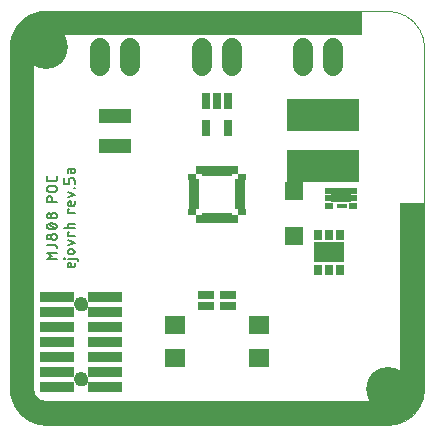
<source format=gts>
G04 EAGLE Gerber RS-274X export*
G75*
%MOMM*%
%FSLAX35Y35*%
%LPD*%
%INsolder_mask_top*%
%IPPOS*%
%AMOC8*
5,1,8,0,0,1.08239X$1,22.5*%
G01*
%ADD10C,0.000000*%
%ADD11C,0.127000*%
%ADD12C,2.000000*%
%ADD13R,1.603200X1.603200*%
%ADD14R,0.803200X1.403200*%
%ADD15R,0.753200X0.503200*%
%ADD16R,0.953200X0.503200*%
%ADD17R,0.503200X0.753200*%
%ADD18R,0.503200X0.953200*%
%ADD19R,0.653200X1.303200*%
%ADD20R,2.503200X1.703200*%
%ADD21R,0.663200X0.913200*%
%ADD22R,1.703200X1.153200*%
%ADD23R,0.703200X0.503200*%
%ADD24R,0.953200X0.433200*%
%ADD25R,6.203200X2.703200*%
%ADD26R,1.403200X0.803200*%
%ADD27R,1.803200X1.603200*%
%ADD28C,1.727200*%
%ADD29R,2.993200X0.943200*%
%ADD30C,1.223200*%
%ADD31C,3.719200*%

G36*
X3500080Y1720017D02*
X3500080Y1720017D01*
X3500160Y1720003D01*
X3501053Y1720215D01*
X3501950Y1720397D01*
X3502017Y1720443D01*
X3502096Y1720461D01*
X3502836Y1721004D01*
X3503591Y1721522D01*
X3503635Y1721590D01*
X3503701Y1721638D01*
X3504170Y1722428D01*
X3504663Y1723198D01*
X3504677Y1723278D01*
X3504719Y1723348D01*
X3504999Y1725000D01*
X3504999Y1875000D01*
X3504985Y1875071D01*
X3504997Y1875141D01*
X3504995Y1875149D01*
X3504997Y1875160D01*
X3504785Y1876053D01*
X3504603Y1876950D01*
X3504558Y1877017D01*
X3504539Y1877096D01*
X3503996Y1877836D01*
X3503478Y1878591D01*
X3503410Y1878635D01*
X3503362Y1878701D01*
X3502573Y1879170D01*
X3501802Y1879663D01*
X3501722Y1879677D01*
X3501652Y1879719D01*
X3500000Y1879999D01*
X3300000Y1879999D01*
X3299920Y1879983D01*
X3299840Y1879997D01*
X3298947Y1879785D01*
X3298050Y1879603D01*
X3297983Y1879558D01*
X3297904Y1879539D01*
X3297164Y1878996D01*
X3296409Y1878478D01*
X3296365Y1878410D01*
X3296299Y1878362D01*
X3295830Y1877573D01*
X3295337Y1876802D01*
X3295323Y1876722D01*
X3295281Y1876652D01*
X3295001Y1875000D01*
X3295001Y1725000D01*
X3295017Y1724920D01*
X3295003Y1724840D01*
X3295215Y1723947D01*
X3295397Y1723050D01*
X3295443Y1722983D01*
X3295461Y1722904D01*
X3296004Y1722164D01*
X3296522Y1721409D01*
X3296590Y1721365D01*
X3296638Y1721299D01*
X3297428Y1720830D01*
X3298198Y1720337D01*
X3298278Y1720323D01*
X3298348Y1720281D01*
X3300000Y1720001D01*
X3500000Y1720001D01*
X3500080Y1720017D01*
G37*
G36*
X2975080Y3295017D02*
X2975080Y3295017D01*
X2975160Y3295003D01*
X2976053Y3295215D01*
X2976950Y3295397D01*
X2977017Y3295443D01*
X2977096Y3295461D01*
X2977836Y3296004D01*
X2978591Y3296522D01*
X2978635Y3296590D01*
X2978701Y3296638D01*
X2979170Y3297428D01*
X2979663Y3298198D01*
X2979677Y3298278D01*
X2979719Y3298348D01*
X2979999Y3300000D01*
X2979999Y3500000D01*
X2979986Y3500068D01*
X2979997Y3500135D01*
X2979994Y3500145D01*
X2979997Y3500160D01*
X2979785Y3501053D01*
X2979603Y3501950D01*
X2979558Y3502017D01*
X2979539Y3502096D01*
X2978996Y3502836D01*
X2978478Y3503591D01*
X2978410Y3503635D01*
X2978362Y3503701D01*
X2977573Y3504170D01*
X2976802Y3504663D01*
X2976722Y3504677D01*
X2976652Y3504719D01*
X2975000Y3504999D01*
X2850000Y3504999D01*
X2849920Y3504983D01*
X2849840Y3504997D01*
X2848947Y3504785D01*
X2848050Y3504603D01*
X2847983Y3504558D01*
X2847904Y3504539D01*
X2847164Y3503996D01*
X2846409Y3503478D01*
X2846365Y3503410D01*
X2846299Y3503362D01*
X2845830Y3502573D01*
X2845337Y3501802D01*
X2845323Y3501722D01*
X2845281Y3501652D01*
X2845001Y3500000D01*
X2845001Y3300000D01*
X2845017Y3299920D01*
X2845003Y3299840D01*
X2845215Y3298947D01*
X2845397Y3298050D01*
X2845443Y3297983D01*
X2845461Y3297904D01*
X2846004Y3297164D01*
X2846522Y3296409D01*
X2846590Y3296365D01*
X2846638Y3296299D01*
X2847428Y3295830D01*
X2848198Y3295337D01*
X2848278Y3295323D01*
X2848348Y3295281D01*
X2850000Y3295001D01*
X2975000Y3295001D01*
X2975080Y3295017D01*
G37*
D10*
X100Y3199800D02*
X100Y299800D01*
X188Y292551D01*
X450Y285306D01*
X888Y278070D01*
X1501Y270846D01*
X2287Y263639D01*
X3248Y256453D01*
X4382Y249293D01*
X5689Y242162D01*
X7168Y235065D01*
X8817Y228005D01*
X10637Y220988D01*
X12626Y214016D01*
X14783Y207095D01*
X17106Y200228D01*
X19595Y193419D01*
X22248Y186672D01*
X25062Y179991D01*
X28038Y173380D01*
X31172Y166843D01*
X34463Y160383D01*
X37910Y154005D01*
X41509Y147712D01*
X45260Y141508D01*
X49159Y135396D01*
X53205Y129381D01*
X57395Y123464D01*
X61727Y117651D01*
X66198Y111944D01*
X70805Y106347D01*
X75547Y100863D01*
X80419Y95495D01*
X85420Y90247D01*
X90547Y85120D01*
X95795Y80119D01*
X101163Y75247D01*
X106647Y70505D01*
X112244Y65898D01*
X117951Y61427D01*
X123764Y57095D01*
X129681Y52905D01*
X135696Y48859D01*
X141808Y44960D01*
X148012Y41209D01*
X154305Y37610D01*
X160683Y34163D01*
X167143Y30872D01*
X173680Y27738D01*
X180291Y24762D01*
X186972Y21948D01*
X193719Y19295D01*
X200528Y16806D01*
X207395Y14483D01*
X214316Y12326D01*
X221288Y10337D01*
X228305Y8517D01*
X235365Y6868D01*
X242462Y5389D01*
X249593Y4082D01*
X256753Y2948D01*
X263939Y1987D01*
X271146Y1201D01*
X278370Y588D01*
X285606Y150D01*
X292851Y-112D01*
X300100Y-200D01*
X3200100Y-200D01*
X3207349Y-112D01*
X3214594Y150D01*
X3221830Y588D01*
X3229054Y1201D01*
X3236261Y1987D01*
X3243447Y2948D01*
X3250607Y4082D01*
X3257738Y5389D01*
X3264835Y6868D01*
X3271895Y8517D01*
X3278912Y10337D01*
X3285884Y12326D01*
X3292805Y14483D01*
X3299672Y16806D01*
X3306481Y19295D01*
X3313228Y21948D01*
X3319909Y24762D01*
X3326520Y27738D01*
X3333057Y30872D01*
X3339517Y34163D01*
X3345895Y37610D01*
X3352188Y41209D01*
X3358392Y44960D01*
X3364504Y48859D01*
X3370519Y52905D01*
X3376436Y57095D01*
X3382249Y61427D01*
X3387956Y65898D01*
X3393553Y70505D01*
X3399037Y75247D01*
X3404405Y80119D01*
X3409653Y85120D01*
X3414780Y90247D01*
X3419781Y95495D01*
X3424653Y100863D01*
X3429395Y106347D01*
X3434002Y111944D01*
X3438473Y117651D01*
X3442805Y123464D01*
X3446995Y129381D01*
X3451041Y135396D01*
X3454940Y141508D01*
X3458691Y147712D01*
X3462290Y154005D01*
X3465737Y160383D01*
X3469028Y166843D01*
X3472162Y173380D01*
X3475138Y179991D01*
X3477952Y186672D01*
X3480605Y193419D01*
X3483094Y200228D01*
X3485417Y207095D01*
X3487574Y214016D01*
X3489563Y220988D01*
X3491383Y228005D01*
X3493032Y235065D01*
X3494511Y242162D01*
X3495818Y249293D01*
X3496952Y256453D01*
X3497913Y263639D01*
X3498699Y270846D01*
X3499312Y278070D01*
X3499750Y285306D01*
X3500012Y292551D01*
X3500100Y299800D01*
X3500100Y3199800D01*
X3500012Y3207049D01*
X3499750Y3214294D01*
X3499312Y3221530D01*
X3498699Y3228754D01*
X3497913Y3235961D01*
X3496952Y3243147D01*
X3495818Y3250307D01*
X3494511Y3257438D01*
X3493032Y3264535D01*
X3491383Y3271595D01*
X3489563Y3278612D01*
X3487574Y3285584D01*
X3485417Y3292505D01*
X3483094Y3299372D01*
X3480605Y3306181D01*
X3477952Y3312928D01*
X3475138Y3319609D01*
X3472162Y3326220D01*
X3469028Y3332757D01*
X3465737Y3339217D01*
X3462290Y3345595D01*
X3458691Y3351888D01*
X3454940Y3358092D01*
X3451041Y3364204D01*
X3446995Y3370219D01*
X3442805Y3376136D01*
X3438473Y3381949D01*
X3434002Y3387656D01*
X3429395Y3393253D01*
X3424653Y3398737D01*
X3419781Y3404105D01*
X3414780Y3409353D01*
X3409653Y3414480D01*
X3404405Y3419481D01*
X3399037Y3424353D01*
X3393553Y3429095D01*
X3387956Y3433702D01*
X3382249Y3438173D01*
X3376436Y3442505D01*
X3370519Y3446695D01*
X3364504Y3450741D01*
X3358392Y3454640D01*
X3352188Y3458391D01*
X3345895Y3461990D01*
X3339517Y3465437D01*
X3333057Y3468728D01*
X3326520Y3471862D01*
X3319909Y3474838D01*
X3313228Y3477652D01*
X3306481Y3480305D01*
X3299672Y3482794D01*
X3292805Y3485117D01*
X3285884Y3487274D01*
X3278912Y3489263D01*
X3271895Y3491083D01*
X3264835Y3492732D01*
X3257738Y3494211D01*
X3250607Y3495518D01*
X3243447Y3496652D01*
X3236261Y3497613D01*
X3229054Y3498399D01*
X3221830Y3499012D01*
X3214594Y3499450D01*
X3207349Y3499712D01*
X3200100Y3499800D01*
X300100Y3499800D01*
X292851Y3499712D01*
X285606Y3499450D01*
X278370Y3499012D01*
X271146Y3498399D01*
X263939Y3497613D01*
X256753Y3496652D01*
X249593Y3495518D01*
X242462Y3494211D01*
X235365Y3492732D01*
X228305Y3491083D01*
X221288Y3489263D01*
X214316Y3487274D01*
X207395Y3485117D01*
X200528Y3482794D01*
X193719Y3480305D01*
X186972Y3477652D01*
X180291Y3474838D01*
X173680Y3471862D01*
X167143Y3468728D01*
X160683Y3465437D01*
X154305Y3461990D01*
X148012Y3458391D01*
X141808Y3454640D01*
X135696Y3450741D01*
X129681Y3446695D01*
X123764Y3442505D01*
X117951Y3438173D01*
X112244Y3433702D01*
X106647Y3429095D01*
X101163Y3424353D01*
X95795Y3419481D01*
X90547Y3414480D01*
X85420Y3409353D01*
X80419Y3404105D01*
X75547Y3398737D01*
X70805Y3393253D01*
X66198Y3387656D01*
X61727Y3381949D01*
X57395Y3376136D01*
X53205Y3370219D01*
X49159Y3364204D01*
X45260Y3358092D01*
X41509Y3351888D01*
X37910Y3345595D01*
X34463Y3339217D01*
X31172Y3332757D01*
X28038Y3326220D01*
X25062Y3319609D01*
X22248Y3312928D01*
X19595Y3306181D01*
X17106Y3299372D01*
X14783Y3292505D01*
X12626Y3285584D01*
X10637Y3278612D01*
X8817Y3271595D01*
X7168Y3264535D01*
X5689Y3257438D01*
X4382Y3250307D01*
X3248Y3243147D01*
X2287Y3235961D01*
X1501Y3228754D01*
X888Y3221530D01*
X450Y3214294D01*
X188Y3207049D01*
X100Y3199800D01*
D11*
X306350Y1398344D02*
X393650Y1398344D01*
X354850Y1427444D02*
X306350Y1398344D01*
X354850Y1427444D02*
X306350Y1456544D01*
X393650Y1456544D01*
X374250Y1521168D02*
X306350Y1521168D01*
X374250Y1521168D02*
X374719Y1521162D01*
X375187Y1521145D01*
X375655Y1521117D01*
X376122Y1521077D01*
X376588Y1521027D01*
X377053Y1520964D01*
X377516Y1520891D01*
X377977Y1520807D01*
X378436Y1520711D01*
X378893Y1520604D01*
X379347Y1520487D01*
X379797Y1520358D01*
X380245Y1520218D01*
X380689Y1520068D01*
X381129Y1519907D01*
X381566Y1519736D01*
X381998Y1519554D01*
X382425Y1519361D01*
X382848Y1519159D01*
X383266Y1518946D01*
X383678Y1518723D01*
X384085Y1518490D01*
X384486Y1518248D01*
X384881Y1517996D01*
X385270Y1517734D01*
X385653Y1517463D01*
X386029Y1517183D01*
X386398Y1516894D01*
X386760Y1516596D01*
X387115Y1516289D01*
X387462Y1515974D01*
X387801Y1515651D01*
X388133Y1515319D01*
X388456Y1514980D01*
X388771Y1514633D01*
X389078Y1514278D01*
X389376Y1513916D01*
X389665Y1513547D01*
X389945Y1513171D01*
X390216Y1512788D01*
X390478Y1512399D01*
X390730Y1512004D01*
X390972Y1511603D01*
X391205Y1511196D01*
X391428Y1510784D01*
X391641Y1510366D01*
X391843Y1509943D01*
X392036Y1509516D01*
X392218Y1509084D01*
X392389Y1508647D01*
X392550Y1508207D01*
X392700Y1507763D01*
X392840Y1507315D01*
X392969Y1506865D01*
X393086Y1506411D01*
X393193Y1505954D01*
X393289Y1505495D01*
X393373Y1505034D01*
X393446Y1504571D01*
X393509Y1504106D01*
X393559Y1503640D01*
X393599Y1503173D01*
X393627Y1502705D01*
X393644Y1502237D01*
X393650Y1501768D01*
X393650Y1492068D01*
X369400Y1565194D02*
X368809Y1565201D01*
X368219Y1565223D01*
X367630Y1565259D01*
X367041Y1565309D01*
X366454Y1565374D01*
X365869Y1565452D01*
X365286Y1565546D01*
X364705Y1565653D01*
X364127Y1565774D01*
X363552Y1565910D01*
X362981Y1566059D01*
X362414Y1566222D01*
X361850Y1566399D01*
X361291Y1566590D01*
X360737Y1566794D01*
X360188Y1567012D01*
X359645Y1567243D01*
X359107Y1567487D01*
X358575Y1567744D01*
X358050Y1568014D01*
X357532Y1568297D01*
X357020Y1568592D01*
X356516Y1568900D01*
X356020Y1569220D01*
X355531Y1569551D01*
X355051Y1569895D01*
X354579Y1570250D01*
X354116Y1570617D01*
X353662Y1570995D01*
X353218Y1571383D01*
X352783Y1571783D01*
X352357Y1572193D01*
X351942Y1572613D01*
X351538Y1573043D01*
X351144Y1573483D01*
X350760Y1573932D01*
X350388Y1574390D01*
X350027Y1574858D01*
X349678Y1575334D01*
X349340Y1575818D01*
X349014Y1576311D01*
X348700Y1576811D01*
X348399Y1577319D01*
X348110Y1577834D01*
X347833Y1578356D01*
X347570Y1578884D01*
X347319Y1579419D01*
X347082Y1579960D01*
X346857Y1580506D01*
X346646Y1581058D01*
X346449Y1581614D01*
X346265Y1582175D01*
X346095Y1582741D01*
X345939Y1583310D01*
X345796Y1583883D01*
X345668Y1584460D01*
X345553Y1585039D01*
X345453Y1585621D01*
X345367Y1586206D01*
X345295Y1586792D01*
X345238Y1587380D01*
X345195Y1587968D01*
X345166Y1588558D01*
X345152Y1589149D01*
X345152Y1589739D01*
X345166Y1590330D01*
X345195Y1590920D01*
X345238Y1591508D01*
X345295Y1592096D01*
X345367Y1592682D01*
X345453Y1593267D01*
X345553Y1593849D01*
X345668Y1594428D01*
X345796Y1595005D01*
X345939Y1595578D01*
X346095Y1596147D01*
X346265Y1596713D01*
X346449Y1597274D01*
X346646Y1597830D01*
X346857Y1598382D01*
X347082Y1598928D01*
X347319Y1599469D01*
X347570Y1600004D01*
X347833Y1600532D01*
X348110Y1601054D01*
X348399Y1601569D01*
X348700Y1602077D01*
X349014Y1602577D01*
X349340Y1603070D01*
X349678Y1603554D01*
X350027Y1604030D01*
X350388Y1604498D01*
X350760Y1604956D01*
X351144Y1605405D01*
X351538Y1605845D01*
X351942Y1606275D01*
X352357Y1606695D01*
X352783Y1607105D01*
X353218Y1607505D01*
X353662Y1607893D01*
X354116Y1608271D01*
X354579Y1608638D01*
X355051Y1608993D01*
X355531Y1609337D01*
X356020Y1609668D01*
X356516Y1609988D01*
X357020Y1610296D01*
X357532Y1610591D01*
X358050Y1610874D01*
X358575Y1611144D01*
X359107Y1611401D01*
X359645Y1611645D01*
X360188Y1611876D01*
X360737Y1612094D01*
X361291Y1612298D01*
X361850Y1612489D01*
X362414Y1612666D01*
X362981Y1612829D01*
X363552Y1612978D01*
X364127Y1613114D01*
X364705Y1613235D01*
X365286Y1613342D01*
X365869Y1613436D01*
X366454Y1613514D01*
X367041Y1613579D01*
X367630Y1613629D01*
X368219Y1613665D01*
X368809Y1613687D01*
X369400Y1613694D01*
X369991Y1613687D01*
X370581Y1613665D01*
X371170Y1613629D01*
X371759Y1613579D01*
X372346Y1613514D01*
X372931Y1613436D01*
X373514Y1613342D01*
X374095Y1613235D01*
X374673Y1613114D01*
X375248Y1612978D01*
X375819Y1612829D01*
X376386Y1612666D01*
X376950Y1612489D01*
X377509Y1612298D01*
X378063Y1612094D01*
X378612Y1611876D01*
X379155Y1611645D01*
X379693Y1611401D01*
X380225Y1611144D01*
X380750Y1610874D01*
X381268Y1610591D01*
X381780Y1610296D01*
X382284Y1609988D01*
X382780Y1609668D01*
X383269Y1609337D01*
X383749Y1608993D01*
X384221Y1608638D01*
X384684Y1608271D01*
X385138Y1607893D01*
X385582Y1607505D01*
X386017Y1607105D01*
X386443Y1606695D01*
X386858Y1606275D01*
X387262Y1605845D01*
X387656Y1605405D01*
X388040Y1604956D01*
X388412Y1604498D01*
X388773Y1604030D01*
X389122Y1603554D01*
X389460Y1603070D01*
X389786Y1602577D01*
X390100Y1602077D01*
X390401Y1601569D01*
X390690Y1601054D01*
X390967Y1600532D01*
X391230Y1600004D01*
X391481Y1599469D01*
X391718Y1598928D01*
X391943Y1598382D01*
X392154Y1597830D01*
X392351Y1597274D01*
X392535Y1596713D01*
X392705Y1596147D01*
X392861Y1595578D01*
X393004Y1595005D01*
X393132Y1594428D01*
X393247Y1593849D01*
X393347Y1593267D01*
X393433Y1592682D01*
X393505Y1592096D01*
X393562Y1591508D01*
X393605Y1590920D01*
X393634Y1590330D01*
X393648Y1589739D01*
X393648Y1589149D01*
X393634Y1588558D01*
X393605Y1587968D01*
X393562Y1587380D01*
X393505Y1586792D01*
X393433Y1586206D01*
X393347Y1585621D01*
X393247Y1585039D01*
X393132Y1584460D01*
X393004Y1583883D01*
X392861Y1583310D01*
X392705Y1582741D01*
X392535Y1582175D01*
X392351Y1581614D01*
X392154Y1581058D01*
X391943Y1580506D01*
X391718Y1579960D01*
X391481Y1579419D01*
X391230Y1578884D01*
X390967Y1578356D01*
X390690Y1577834D01*
X390401Y1577319D01*
X390100Y1576811D01*
X389786Y1576311D01*
X389460Y1575818D01*
X389122Y1575334D01*
X388773Y1574858D01*
X388412Y1574390D01*
X388040Y1573932D01*
X387656Y1573483D01*
X387262Y1573043D01*
X386858Y1572613D01*
X386443Y1572193D01*
X386017Y1571783D01*
X385582Y1571383D01*
X385138Y1570995D01*
X384684Y1570617D01*
X384221Y1570250D01*
X383749Y1569895D01*
X383269Y1569551D01*
X382780Y1569220D01*
X382284Y1568900D01*
X381780Y1568592D01*
X381268Y1568297D01*
X380750Y1568014D01*
X380225Y1567744D01*
X379693Y1567487D01*
X379155Y1567243D01*
X378612Y1567012D01*
X378063Y1566794D01*
X377509Y1566590D01*
X376950Y1566399D01*
X376386Y1566222D01*
X375819Y1566059D01*
X375248Y1565910D01*
X374673Y1565774D01*
X374095Y1565653D01*
X373514Y1565546D01*
X372931Y1565452D01*
X372346Y1565374D01*
X371759Y1565309D01*
X371170Y1565259D01*
X370581Y1565223D01*
X369991Y1565201D01*
X369400Y1565194D01*
X325750Y1570044D02*
X325278Y1570050D01*
X324805Y1570067D01*
X324334Y1570096D01*
X323863Y1570136D01*
X323394Y1570188D01*
X322925Y1570251D01*
X322459Y1570325D01*
X321994Y1570411D01*
X321532Y1570508D01*
X321072Y1570616D01*
X320615Y1570736D01*
X320161Y1570867D01*
X319710Y1571008D01*
X319263Y1571161D01*
X318820Y1571324D01*
X318381Y1571498D01*
X317946Y1571683D01*
X317516Y1571878D01*
X317090Y1572084D01*
X316670Y1572300D01*
X316255Y1572526D01*
X315846Y1572762D01*
X315443Y1573009D01*
X315046Y1573264D01*
X314655Y1573530D01*
X314271Y1573805D01*
X313893Y1574089D01*
X313523Y1574382D01*
X313160Y1574684D01*
X312804Y1574995D01*
X312456Y1575315D01*
X312116Y1575643D01*
X311784Y1575979D01*
X311460Y1576323D01*
X311145Y1576675D01*
X310838Y1577034D01*
X310540Y1577401D01*
X310252Y1577775D01*
X309972Y1578156D01*
X309702Y1578543D01*
X309441Y1578938D01*
X309190Y1579338D01*
X308949Y1579744D01*
X308718Y1580156D01*
X308497Y1580573D01*
X308286Y1580996D01*
X308085Y1581424D01*
X307895Y1581857D01*
X307716Y1582294D01*
X307547Y1582735D01*
X307389Y1583180D01*
X307242Y1583629D01*
X307106Y1584081D01*
X306981Y1584537D01*
X306867Y1584996D01*
X306764Y1585457D01*
X306673Y1585920D01*
X306593Y1586386D01*
X306524Y1586853D01*
X306466Y1587322D01*
X306420Y1587792D01*
X306386Y1588264D01*
X306363Y1588735D01*
X306351Y1589208D01*
X306351Y1589680D01*
X306363Y1590153D01*
X306386Y1590624D01*
X306420Y1591096D01*
X306466Y1591566D01*
X306524Y1592035D01*
X306593Y1592502D01*
X306673Y1592968D01*
X306764Y1593431D01*
X306867Y1593892D01*
X306981Y1594351D01*
X307106Y1594807D01*
X307242Y1595259D01*
X307389Y1595708D01*
X307547Y1596153D01*
X307716Y1596594D01*
X307895Y1597031D01*
X308085Y1597464D01*
X308286Y1597892D01*
X308497Y1598315D01*
X308718Y1598732D01*
X308949Y1599144D01*
X309190Y1599550D01*
X309441Y1599950D01*
X309702Y1600345D01*
X309972Y1600732D01*
X310252Y1601113D01*
X310540Y1601487D01*
X310838Y1601854D01*
X311145Y1602213D01*
X311460Y1602565D01*
X311784Y1602909D01*
X312116Y1603245D01*
X312456Y1603573D01*
X312804Y1603893D01*
X313160Y1604204D01*
X313523Y1604506D01*
X313893Y1604799D01*
X314271Y1605083D01*
X314655Y1605358D01*
X315046Y1605624D01*
X315443Y1605879D01*
X315846Y1606126D01*
X316255Y1606362D01*
X316670Y1606588D01*
X317090Y1606804D01*
X317516Y1607010D01*
X317946Y1607205D01*
X318381Y1607390D01*
X318820Y1607564D01*
X319263Y1607727D01*
X319710Y1607880D01*
X320161Y1608021D01*
X320615Y1608152D01*
X321072Y1608272D01*
X321532Y1608380D01*
X321994Y1608477D01*
X322459Y1608563D01*
X322925Y1608637D01*
X323394Y1608700D01*
X323863Y1608752D01*
X324334Y1608792D01*
X324805Y1608821D01*
X325278Y1608838D01*
X325750Y1608844D01*
X326222Y1608838D01*
X326695Y1608821D01*
X327166Y1608792D01*
X327637Y1608752D01*
X328106Y1608700D01*
X328575Y1608637D01*
X329041Y1608563D01*
X329506Y1608477D01*
X329968Y1608380D01*
X330428Y1608272D01*
X330885Y1608152D01*
X331339Y1608021D01*
X331790Y1607880D01*
X332237Y1607727D01*
X332680Y1607564D01*
X333119Y1607390D01*
X333554Y1607205D01*
X333984Y1607010D01*
X334410Y1606804D01*
X334830Y1606588D01*
X335245Y1606362D01*
X335654Y1606126D01*
X336057Y1605879D01*
X336454Y1605624D01*
X336845Y1605358D01*
X337229Y1605083D01*
X337607Y1604799D01*
X337977Y1604506D01*
X338340Y1604204D01*
X338696Y1603893D01*
X339044Y1603573D01*
X339384Y1603245D01*
X339716Y1602909D01*
X340040Y1602565D01*
X340355Y1602213D01*
X340662Y1601854D01*
X340960Y1601487D01*
X341248Y1601113D01*
X341528Y1600732D01*
X341798Y1600345D01*
X342059Y1599950D01*
X342310Y1599550D01*
X342551Y1599144D01*
X342782Y1598732D01*
X343003Y1598315D01*
X343214Y1597892D01*
X343415Y1597464D01*
X343605Y1597031D01*
X343784Y1596594D01*
X343953Y1596153D01*
X344111Y1595708D01*
X344258Y1595259D01*
X344394Y1594807D01*
X344519Y1594351D01*
X344633Y1593892D01*
X344736Y1593431D01*
X344827Y1592968D01*
X344907Y1592502D01*
X344976Y1592035D01*
X345034Y1591566D01*
X345080Y1591096D01*
X345114Y1590624D01*
X345137Y1590153D01*
X345149Y1589680D01*
X345149Y1589208D01*
X345137Y1588735D01*
X345114Y1588264D01*
X345080Y1587792D01*
X345034Y1587322D01*
X344976Y1586853D01*
X344907Y1586386D01*
X344827Y1585920D01*
X344736Y1585457D01*
X344633Y1584996D01*
X344519Y1584537D01*
X344394Y1584081D01*
X344258Y1583629D01*
X344111Y1583180D01*
X343953Y1582735D01*
X343784Y1582294D01*
X343605Y1581857D01*
X343415Y1581424D01*
X343214Y1580996D01*
X343003Y1580573D01*
X342782Y1580156D01*
X342551Y1579744D01*
X342310Y1579338D01*
X342059Y1578938D01*
X341798Y1578543D01*
X341528Y1578156D01*
X341248Y1577775D01*
X340960Y1577401D01*
X340662Y1577034D01*
X340355Y1576675D01*
X340040Y1576323D01*
X339716Y1575979D01*
X339384Y1575643D01*
X339044Y1575315D01*
X338696Y1574995D01*
X338340Y1574684D01*
X337977Y1574382D01*
X337607Y1574089D01*
X337229Y1573805D01*
X336845Y1573530D01*
X336454Y1573264D01*
X336057Y1573009D01*
X335654Y1572762D01*
X335245Y1572526D01*
X334830Y1572300D01*
X334410Y1572084D01*
X333984Y1571878D01*
X333554Y1571683D01*
X333119Y1571498D01*
X332680Y1571324D01*
X332237Y1571161D01*
X331790Y1571008D01*
X331339Y1570867D01*
X330885Y1570736D01*
X330428Y1570616D01*
X329968Y1570508D01*
X329506Y1570411D01*
X329041Y1570325D01*
X328575Y1570251D01*
X328106Y1570188D01*
X327637Y1570136D01*
X327166Y1570096D01*
X326695Y1570067D01*
X326222Y1570050D01*
X325750Y1570044D01*
X350000Y1655194D02*
X348283Y1655215D01*
X346566Y1655276D01*
X344852Y1655378D01*
X343140Y1655522D01*
X341433Y1655706D01*
X339730Y1655931D01*
X338033Y1656196D01*
X336343Y1656502D01*
X334661Y1656848D01*
X332988Y1657234D01*
X331324Y1657660D01*
X329671Y1658126D01*
X328029Y1658631D01*
X326400Y1659175D01*
X324784Y1659758D01*
X323183Y1660379D01*
X321597Y1661038D01*
X320027Y1661735D01*
X318475Y1662469D01*
X318064Y1662616D01*
X317656Y1662772D01*
X317253Y1662938D01*
X316854Y1663115D01*
X316459Y1663300D01*
X316068Y1663496D01*
X315683Y1663701D01*
X315303Y1663915D01*
X314927Y1664138D01*
X314558Y1664370D01*
X314194Y1664612D01*
X313837Y1664862D01*
X313485Y1665120D01*
X313140Y1665388D01*
X312801Y1665663D01*
X312469Y1665947D01*
X312145Y1666238D01*
X311827Y1666538D01*
X311517Y1666845D01*
X311214Y1667159D01*
X310919Y1667481D01*
X310632Y1667810D01*
X310353Y1668146D01*
X310083Y1668488D01*
X309820Y1668837D01*
X309567Y1669192D01*
X309322Y1669553D01*
X309086Y1669920D01*
X308859Y1670293D01*
X308641Y1670671D01*
X308432Y1671055D01*
X308232Y1671443D01*
X308043Y1671836D01*
X307862Y1672233D01*
X307692Y1672635D01*
X307531Y1673041D01*
X307380Y1673451D01*
X307240Y1673864D01*
X307109Y1674280D01*
X306988Y1674700D01*
X306878Y1675122D01*
X306778Y1675547D01*
X306689Y1675974D01*
X306609Y1676403D01*
X306541Y1676834D01*
X306483Y1677267D01*
X306435Y1677701D01*
X306398Y1678136D01*
X306371Y1678571D01*
X306355Y1679008D01*
X306350Y1679444D01*
X306355Y1679880D01*
X306371Y1680317D01*
X306398Y1680752D01*
X306435Y1681187D01*
X306483Y1681621D01*
X306541Y1682054D01*
X306609Y1682485D01*
X306689Y1682914D01*
X306778Y1683341D01*
X306878Y1683766D01*
X306988Y1684188D01*
X307109Y1684608D01*
X307240Y1685024D01*
X307380Y1685437D01*
X307531Y1685847D01*
X307692Y1686253D01*
X307862Y1686655D01*
X308043Y1687052D01*
X308232Y1687445D01*
X308432Y1687833D01*
X308641Y1688217D01*
X308859Y1688595D01*
X309086Y1688968D01*
X309322Y1689335D01*
X309567Y1689696D01*
X309820Y1690051D01*
X310083Y1690400D01*
X310353Y1690742D01*
X310632Y1691078D01*
X310919Y1691407D01*
X311214Y1691729D01*
X311517Y1692043D01*
X311827Y1692350D01*
X312145Y1692650D01*
X312469Y1692941D01*
X312801Y1693225D01*
X313140Y1693500D01*
X313485Y1693768D01*
X313837Y1694026D01*
X314194Y1694276D01*
X314558Y1694518D01*
X314927Y1694750D01*
X315303Y1694973D01*
X315683Y1695187D01*
X316068Y1695392D01*
X316459Y1695588D01*
X316854Y1695773D01*
X317253Y1695950D01*
X317656Y1696116D01*
X318064Y1696272D01*
X318475Y1696419D01*
X318475Y1696420D02*
X320027Y1697154D01*
X321597Y1697851D01*
X323183Y1698510D01*
X324784Y1699131D01*
X326400Y1699714D01*
X328029Y1700258D01*
X329671Y1700763D01*
X331324Y1701229D01*
X332988Y1701655D01*
X334661Y1702041D01*
X336343Y1702387D01*
X338033Y1702693D01*
X339730Y1702958D01*
X341433Y1703183D01*
X343140Y1703367D01*
X344852Y1703511D01*
X346566Y1703613D01*
X348283Y1703674D01*
X350000Y1703695D01*
X350000Y1655194D02*
X351717Y1655215D01*
X353434Y1655276D01*
X355148Y1655378D01*
X356860Y1655522D01*
X358567Y1655706D01*
X360270Y1655931D01*
X361967Y1656196D01*
X363657Y1656502D01*
X365339Y1656848D01*
X367012Y1657234D01*
X368676Y1657660D01*
X370329Y1658126D01*
X371971Y1658631D01*
X373600Y1659175D01*
X375216Y1659758D01*
X376817Y1660379D01*
X378403Y1661038D01*
X379973Y1661735D01*
X381525Y1662469D01*
X381936Y1662616D01*
X382344Y1662772D01*
X382747Y1662938D01*
X383146Y1663115D01*
X383541Y1663300D01*
X383932Y1663496D01*
X384317Y1663701D01*
X384697Y1663915D01*
X385073Y1664138D01*
X385442Y1664370D01*
X385806Y1664612D01*
X386163Y1664862D01*
X386515Y1665120D01*
X386860Y1665388D01*
X387199Y1665663D01*
X387531Y1665947D01*
X387855Y1666238D01*
X388173Y1666538D01*
X388483Y1666845D01*
X388786Y1667159D01*
X389081Y1667481D01*
X389368Y1667810D01*
X389647Y1668146D01*
X389917Y1668488D01*
X390180Y1668837D01*
X390433Y1669192D01*
X390678Y1669553D01*
X390914Y1669920D01*
X391141Y1670293D01*
X391359Y1670671D01*
X391568Y1671055D01*
X391768Y1671443D01*
X391957Y1671836D01*
X392138Y1672233D01*
X392308Y1672635D01*
X392469Y1673041D01*
X392620Y1673451D01*
X392760Y1673864D01*
X392891Y1674280D01*
X393012Y1674700D01*
X393122Y1675122D01*
X393222Y1675547D01*
X393311Y1675974D01*
X393391Y1676403D01*
X393459Y1676834D01*
X393517Y1677267D01*
X393565Y1677701D01*
X393602Y1678136D01*
X393629Y1678571D01*
X393645Y1679008D01*
X393650Y1679444D01*
X381525Y1696420D02*
X379973Y1697154D01*
X378403Y1697851D01*
X376817Y1698510D01*
X375216Y1699131D01*
X373600Y1699714D01*
X371971Y1700258D01*
X370329Y1700763D01*
X368676Y1701229D01*
X367012Y1701655D01*
X365339Y1702041D01*
X363657Y1702387D01*
X361967Y1702693D01*
X360270Y1702958D01*
X358567Y1703183D01*
X356860Y1703367D01*
X355148Y1703511D01*
X353434Y1703613D01*
X351717Y1703674D01*
X350000Y1703695D01*
X381525Y1696419D02*
X381936Y1696272D01*
X382344Y1696116D01*
X382747Y1695950D01*
X383146Y1695773D01*
X383541Y1695588D01*
X383932Y1695392D01*
X384317Y1695187D01*
X384697Y1694973D01*
X385073Y1694750D01*
X385442Y1694518D01*
X385806Y1694276D01*
X386163Y1694026D01*
X386515Y1693768D01*
X386860Y1693500D01*
X387199Y1693225D01*
X387531Y1692941D01*
X387855Y1692650D01*
X388173Y1692350D01*
X388483Y1692043D01*
X388786Y1691729D01*
X389081Y1691407D01*
X389368Y1691078D01*
X389647Y1690742D01*
X389917Y1690400D01*
X390180Y1690051D01*
X390433Y1689696D01*
X390678Y1689335D01*
X390914Y1688968D01*
X391141Y1688595D01*
X391359Y1688217D01*
X391568Y1687833D01*
X391768Y1687445D01*
X391957Y1687052D01*
X392138Y1686655D01*
X392308Y1686253D01*
X392469Y1685847D01*
X392620Y1685437D01*
X392760Y1685024D01*
X392891Y1684608D01*
X393012Y1684188D01*
X393122Y1683766D01*
X393222Y1683341D01*
X393311Y1682914D01*
X393391Y1682485D01*
X393459Y1682054D01*
X393517Y1681621D01*
X393565Y1681187D01*
X393602Y1680752D01*
X393629Y1680317D01*
X393645Y1679880D01*
X393650Y1679444D01*
X374250Y1660044D02*
X325750Y1698844D01*
X369400Y1745194D02*
X368809Y1745201D01*
X368219Y1745223D01*
X367630Y1745259D01*
X367041Y1745309D01*
X366454Y1745374D01*
X365869Y1745452D01*
X365286Y1745546D01*
X364705Y1745653D01*
X364127Y1745774D01*
X363552Y1745910D01*
X362981Y1746059D01*
X362414Y1746222D01*
X361850Y1746399D01*
X361291Y1746590D01*
X360737Y1746794D01*
X360188Y1747012D01*
X359645Y1747243D01*
X359107Y1747487D01*
X358575Y1747744D01*
X358050Y1748014D01*
X357532Y1748297D01*
X357020Y1748592D01*
X356516Y1748900D01*
X356020Y1749220D01*
X355531Y1749551D01*
X355051Y1749895D01*
X354579Y1750250D01*
X354116Y1750617D01*
X353662Y1750995D01*
X353218Y1751383D01*
X352783Y1751783D01*
X352357Y1752193D01*
X351942Y1752613D01*
X351538Y1753043D01*
X351144Y1753483D01*
X350760Y1753932D01*
X350388Y1754390D01*
X350027Y1754858D01*
X349678Y1755334D01*
X349340Y1755818D01*
X349014Y1756311D01*
X348700Y1756811D01*
X348399Y1757319D01*
X348110Y1757834D01*
X347833Y1758356D01*
X347570Y1758884D01*
X347319Y1759419D01*
X347082Y1759960D01*
X346857Y1760506D01*
X346646Y1761058D01*
X346449Y1761614D01*
X346265Y1762175D01*
X346095Y1762741D01*
X345939Y1763310D01*
X345796Y1763883D01*
X345668Y1764460D01*
X345553Y1765039D01*
X345453Y1765621D01*
X345367Y1766206D01*
X345295Y1766792D01*
X345238Y1767380D01*
X345195Y1767968D01*
X345166Y1768558D01*
X345152Y1769149D01*
X345152Y1769739D01*
X345166Y1770330D01*
X345195Y1770920D01*
X345238Y1771508D01*
X345295Y1772096D01*
X345367Y1772682D01*
X345453Y1773267D01*
X345553Y1773849D01*
X345668Y1774428D01*
X345796Y1775005D01*
X345939Y1775578D01*
X346095Y1776147D01*
X346265Y1776713D01*
X346449Y1777274D01*
X346646Y1777830D01*
X346857Y1778382D01*
X347082Y1778928D01*
X347319Y1779469D01*
X347570Y1780004D01*
X347833Y1780532D01*
X348110Y1781054D01*
X348399Y1781569D01*
X348700Y1782077D01*
X349014Y1782577D01*
X349340Y1783070D01*
X349678Y1783554D01*
X350027Y1784030D01*
X350388Y1784498D01*
X350760Y1784956D01*
X351144Y1785405D01*
X351538Y1785845D01*
X351942Y1786275D01*
X352357Y1786695D01*
X352783Y1787105D01*
X353218Y1787505D01*
X353662Y1787893D01*
X354116Y1788271D01*
X354579Y1788638D01*
X355051Y1788993D01*
X355531Y1789337D01*
X356020Y1789668D01*
X356516Y1789988D01*
X357020Y1790296D01*
X357532Y1790591D01*
X358050Y1790874D01*
X358575Y1791144D01*
X359107Y1791401D01*
X359645Y1791645D01*
X360188Y1791876D01*
X360737Y1792094D01*
X361291Y1792298D01*
X361850Y1792489D01*
X362414Y1792666D01*
X362981Y1792829D01*
X363552Y1792978D01*
X364127Y1793114D01*
X364705Y1793235D01*
X365286Y1793342D01*
X365869Y1793436D01*
X366454Y1793514D01*
X367041Y1793579D01*
X367630Y1793629D01*
X368219Y1793665D01*
X368809Y1793687D01*
X369400Y1793694D01*
X369991Y1793687D01*
X370581Y1793665D01*
X371170Y1793629D01*
X371759Y1793579D01*
X372346Y1793514D01*
X372931Y1793436D01*
X373514Y1793342D01*
X374095Y1793235D01*
X374673Y1793114D01*
X375248Y1792978D01*
X375819Y1792829D01*
X376386Y1792666D01*
X376950Y1792489D01*
X377509Y1792298D01*
X378063Y1792094D01*
X378612Y1791876D01*
X379155Y1791645D01*
X379693Y1791401D01*
X380225Y1791144D01*
X380750Y1790874D01*
X381268Y1790591D01*
X381780Y1790296D01*
X382284Y1789988D01*
X382780Y1789668D01*
X383269Y1789337D01*
X383749Y1788993D01*
X384221Y1788638D01*
X384684Y1788271D01*
X385138Y1787893D01*
X385582Y1787505D01*
X386017Y1787105D01*
X386443Y1786695D01*
X386858Y1786275D01*
X387262Y1785845D01*
X387656Y1785405D01*
X388040Y1784956D01*
X388412Y1784498D01*
X388773Y1784030D01*
X389122Y1783554D01*
X389460Y1783070D01*
X389786Y1782577D01*
X390100Y1782077D01*
X390401Y1781569D01*
X390690Y1781054D01*
X390967Y1780532D01*
X391230Y1780004D01*
X391481Y1779469D01*
X391718Y1778928D01*
X391943Y1778382D01*
X392154Y1777830D01*
X392351Y1777274D01*
X392535Y1776713D01*
X392705Y1776147D01*
X392861Y1775578D01*
X393004Y1775005D01*
X393132Y1774428D01*
X393247Y1773849D01*
X393347Y1773267D01*
X393433Y1772682D01*
X393505Y1772096D01*
X393562Y1771508D01*
X393605Y1770920D01*
X393634Y1770330D01*
X393648Y1769739D01*
X393648Y1769149D01*
X393634Y1768558D01*
X393605Y1767968D01*
X393562Y1767380D01*
X393505Y1766792D01*
X393433Y1766206D01*
X393347Y1765621D01*
X393247Y1765039D01*
X393132Y1764460D01*
X393004Y1763883D01*
X392861Y1763310D01*
X392705Y1762741D01*
X392535Y1762175D01*
X392351Y1761614D01*
X392154Y1761058D01*
X391943Y1760506D01*
X391718Y1759960D01*
X391481Y1759419D01*
X391230Y1758884D01*
X390967Y1758356D01*
X390690Y1757834D01*
X390401Y1757319D01*
X390100Y1756811D01*
X389786Y1756311D01*
X389460Y1755818D01*
X389122Y1755334D01*
X388773Y1754858D01*
X388412Y1754390D01*
X388040Y1753932D01*
X387656Y1753483D01*
X387262Y1753043D01*
X386858Y1752613D01*
X386443Y1752193D01*
X386017Y1751783D01*
X385582Y1751383D01*
X385138Y1750995D01*
X384684Y1750617D01*
X384221Y1750250D01*
X383749Y1749895D01*
X383269Y1749551D01*
X382780Y1749220D01*
X382284Y1748900D01*
X381780Y1748592D01*
X381268Y1748297D01*
X380750Y1748014D01*
X380225Y1747744D01*
X379693Y1747487D01*
X379155Y1747243D01*
X378612Y1747012D01*
X378063Y1746794D01*
X377509Y1746590D01*
X376950Y1746399D01*
X376386Y1746222D01*
X375819Y1746059D01*
X375248Y1745910D01*
X374673Y1745774D01*
X374095Y1745653D01*
X373514Y1745546D01*
X372931Y1745452D01*
X372346Y1745374D01*
X371759Y1745309D01*
X371170Y1745259D01*
X370581Y1745223D01*
X369991Y1745201D01*
X369400Y1745194D01*
X325750Y1750044D02*
X325278Y1750050D01*
X324805Y1750067D01*
X324334Y1750096D01*
X323863Y1750136D01*
X323394Y1750188D01*
X322925Y1750251D01*
X322459Y1750325D01*
X321994Y1750411D01*
X321532Y1750508D01*
X321072Y1750616D01*
X320615Y1750736D01*
X320161Y1750867D01*
X319710Y1751008D01*
X319263Y1751161D01*
X318820Y1751324D01*
X318381Y1751498D01*
X317946Y1751683D01*
X317516Y1751878D01*
X317090Y1752084D01*
X316670Y1752300D01*
X316255Y1752526D01*
X315846Y1752762D01*
X315443Y1753009D01*
X315046Y1753264D01*
X314655Y1753530D01*
X314271Y1753805D01*
X313893Y1754089D01*
X313523Y1754382D01*
X313160Y1754684D01*
X312804Y1754995D01*
X312456Y1755315D01*
X312116Y1755643D01*
X311784Y1755979D01*
X311460Y1756323D01*
X311145Y1756675D01*
X310838Y1757034D01*
X310540Y1757401D01*
X310252Y1757775D01*
X309972Y1758156D01*
X309702Y1758543D01*
X309441Y1758938D01*
X309190Y1759338D01*
X308949Y1759744D01*
X308718Y1760156D01*
X308497Y1760573D01*
X308286Y1760996D01*
X308085Y1761424D01*
X307895Y1761857D01*
X307716Y1762294D01*
X307547Y1762735D01*
X307389Y1763180D01*
X307242Y1763629D01*
X307106Y1764081D01*
X306981Y1764537D01*
X306867Y1764996D01*
X306764Y1765457D01*
X306673Y1765920D01*
X306593Y1766386D01*
X306524Y1766853D01*
X306466Y1767322D01*
X306420Y1767792D01*
X306386Y1768264D01*
X306363Y1768735D01*
X306351Y1769208D01*
X306351Y1769680D01*
X306363Y1770153D01*
X306386Y1770624D01*
X306420Y1771096D01*
X306466Y1771566D01*
X306524Y1772035D01*
X306593Y1772502D01*
X306673Y1772968D01*
X306764Y1773431D01*
X306867Y1773892D01*
X306981Y1774351D01*
X307106Y1774807D01*
X307242Y1775259D01*
X307389Y1775708D01*
X307547Y1776153D01*
X307716Y1776594D01*
X307895Y1777031D01*
X308085Y1777464D01*
X308286Y1777892D01*
X308497Y1778315D01*
X308718Y1778732D01*
X308949Y1779144D01*
X309190Y1779550D01*
X309441Y1779950D01*
X309702Y1780345D01*
X309972Y1780732D01*
X310252Y1781113D01*
X310540Y1781487D01*
X310838Y1781854D01*
X311145Y1782213D01*
X311460Y1782565D01*
X311784Y1782909D01*
X312116Y1783245D01*
X312456Y1783573D01*
X312804Y1783893D01*
X313160Y1784204D01*
X313523Y1784506D01*
X313893Y1784799D01*
X314271Y1785083D01*
X314655Y1785358D01*
X315046Y1785624D01*
X315443Y1785879D01*
X315846Y1786126D01*
X316255Y1786362D01*
X316670Y1786588D01*
X317090Y1786804D01*
X317516Y1787010D01*
X317946Y1787205D01*
X318381Y1787390D01*
X318820Y1787564D01*
X319263Y1787727D01*
X319710Y1787880D01*
X320161Y1788021D01*
X320615Y1788152D01*
X321072Y1788272D01*
X321532Y1788380D01*
X321994Y1788477D01*
X322459Y1788563D01*
X322925Y1788637D01*
X323394Y1788700D01*
X323863Y1788752D01*
X324334Y1788792D01*
X324805Y1788821D01*
X325278Y1788838D01*
X325750Y1788844D01*
X326222Y1788838D01*
X326695Y1788821D01*
X327166Y1788792D01*
X327637Y1788752D01*
X328106Y1788700D01*
X328575Y1788637D01*
X329041Y1788563D01*
X329506Y1788477D01*
X329968Y1788380D01*
X330428Y1788272D01*
X330885Y1788152D01*
X331339Y1788021D01*
X331790Y1787880D01*
X332237Y1787727D01*
X332680Y1787564D01*
X333119Y1787390D01*
X333554Y1787205D01*
X333984Y1787010D01*
X334410Y1786804D01*
X334830Y1786588D01*
X335245Y1786362D01*
X335654Y1786126D01*
X336057Y1785879D01*
X336454Y1785624D01*
X336845Y1785358D01*
X337229Y1785083D01*
X337607Y1784799D01*
X337977Y1784506D01*
X338340Y1784204D01*
X338696Y1783893D01*
X339044Y1783573D01*
X339384Y1783245D01*
X339716Y1782909D01*
X340040Y1782565D01*
X340355Y1782213D01*
X340662Y1781854D01*
X340960Y1781487D01*
X341248Y1781113D01*
X341528Y1780732D01*
X341798Y1780345D01*
X342059Y1779950D01*
X342310Y1779550D01*
X342551Y1779144D01*
X342782Y1778732D01*
X343003Y1778315D01*
X343214Y1777892D01*
X343415Y1777464D01*
X343605Y1777031D01*
X343784Y1776594D01*
X343953Y1776153D01*
X344111Y1775708D01*
X344258Y1775259D01*
X344394Y1774807D01*
X344519Y1774351D01*
X344633Y1773892D01*
X344736Y1773431D01*
X344827Y1772968D01*
X344907Y1772502D01*
X344976Y1772035D01*
X345034Y1771566D01*
X345080Y1771096D01*
X345114Y1770624D01*
X345137Y1770153D01*
X345149Y1769680D01*
X345149Y1769208D01*
X345137Y1768735D01*
X345114Y1768264D01*
X345080Y1767792D01*
X345034Y1767322D01*
X344976Y1766853D01*
X344907Y1766386D01*
X344827Y1765920D01*
X344736Y1765457D01*
X344633Y1764996D01*
X344519Y1764537D01*
X344394Y1764081D01*
X344258Y1763629D01*
X344111Y1763180D01*
X343953Y1762735D01*
X343784Y1762294D01*
X343605Y1761857D01*
X343415Y1761424D01*
X343214Y1760996D01*
X343003Y1760573D01*
X342782Y1760156D01*
X342551Y1759744D01*
X342310Y1759338D01*
X342059Y1758938D01*
X341798Y1758543D01*
X341528Y1758156D01*
X341248Y1757775D01*
X340960Y1757401D01*
X340662Y1757034D01*
X340355Y1756675D01*
X340040Y1756323D01*
X339716Y1755979D01*
X339384Y1755643D01*
X339044Y1755315D01*
X338696Y1754995D01*
X338340Y1754684D01*
X337977Y1754382D01*
X337607Y1754089D01*
X337229Y1753805D01*
X336845Y1753530D01*
X336454Y1753264D01*
X336057Y1753009D01*
X335654Y1752762D01*
X335245Y1752526D01*
X334830Y1752300D01*
X334410Y1752084D01*
X333984Y1751878D01*
X333554Y1751683D01*
X333119Y1751498D01*
X332680Y1751324D01*
X332237Y1751161D01*
X331790Y1751008D01*
X331339Y1750867D01*
X330885Y1750736D01*
X330428Y1750616D01*
X329968Y1750508D01*
X329506Y1750411D01*
X329041Y1750325D01*
X328575Y1750251D01*
X328106Y1750188D01*
X327637Y1750136D01*
X327166Y1750096D01*
X326695Y1750067D01*
X326222Y1750050D01*
X325750Y1750044D01*
X306350Y1887919D02*
X393650Y1887919D01*
X306350Y1887919D02*
X306350Y1912169D01*
X306357Y1912760D01*
X306379Y1913350D01*
X306415Y1913939D01*
X306465Y1914528D01*
X306530Y1915115D01*
X306608Y1915700D01*
X306702Y1916283D01*
X306809Y1916864D01*
X306930Y1917442D01*
X307066Y1918017D01*
X307215Y1918588D01*
X307378Y1919155D01*
X307555Y1919719D01*
X307746Y1920278D01*
X307950Y1920832D01*
X308168Y1921381D01*
X308399Y1921924D01*
X308643Y1922462D01*
X308900Y1922994D01*
X309170Y1923519D01*
X309453Y1924037D01*
X309748Y1924549D01*
X310056Y1925053D01*
X310376Y1925549D01*
X310707Y1926038D01*
X311051Y1926518D01*
X311406Y1926990D01*
X311773Y1927453D01*
X312151Y1927907D01*
X312539Y1928351D01*
X312939Y1928786D01*
X313349Y1929212D01*
X313769Y1929627D01*
X314199Y1930031D01*
X314639Y1930425D01*
X315088Y1930809D01*
X315546Y1931181D01*
X316014Y1931542D01*
X316490Y1931891D01*
X316974Y1932229D01*
X317467Y1932555D01*
X317967Y1932869D01*
X318475Y1933170D01*
X318990Y1933459D01*
X319512Y1933736D01*
X320040Y1933999D01*
X320575Y1934250D01*
X321116Y1934487D01*
X321662Y1934712D01*
X322214Y1934923D01*
X322770Y1935120D01*
X323331Y1935304D01*
X323897Y1935474D01*
X324466Y1935630D01*
X325039Y1935773D01*
X325616Y1935901D01*
X326195Y1936016D01*
X326777Y1936116D01*
X327362Y1936202D01*
X327948Y1936274D01*
X328536Y1936331D01*
X329124Y1936374D01*
X329714Y1936403D01*
X330305Y1936417D01*
X330895Y1936417D01*
X331486Y1936403D01*
X332076Y1936374D01*
X332664Y1936331D01*
X333252Y1936274D01*
X333838Y1936202D01*
X334423Y1936116D01*
X335005Y1936016D01*
X335584Y1935901D01*
X336161Y1935773D01*
X336734Y1935630D01*
X337303Y1935474D01*
X337869Y1935304D01*
X338430Y1935120D01*
X338986Y1934923D01*
X339538Y1934712D01*
X340084Y1934487D01*
X340625Y1934250D01*
X341160Y1933999D01*
X341688Y1933736D01*
X342210Y1933459D01*
X342725Y1933170D01*
X343233Y1932869D01*
X343733Y1932555D01*
X344226Y1932229D01*
X344710Y1931891D01*
X345186Y1931542D01*
X345654Y1931181D01*
X346112Y1930809D01*
X346561Y1930425D01*
X347001Y1930031D01*
X347431Y1929627D01*
X347851Y1929212D01*
X348261Y1928786D01*
X348661Y1928351D01*
X349049Y1927907D01*
X349427Y1927453D01*
X349794Y1926990D01*
X350149Y1926518D01*
X350493Y1926038D01*
X350824Y1925549D01*
X351144Y1925053D01*
X351452Y1924549D01*
X351747Y1924037D01*
X352030Y1923519D01*
X352300Y1922994D01*
X352557Y1922462D01*
X352801Y1921924D01*
X353032Y1921381D01*
X353250Y1920832D01*
X353454Y1920278D01*
X353645Y1919719D01*
X353822Y1919155D01*
X353985Y1918588D01*
X354134Y1918017D01*
X354270Y1917442D01*
X354391Y1916864D01*
X354498Y1916283D01*
X354592Y1915700D01*
X354670Y1915115D01*
X354735Y1914528D01*
X354785Y1913939D01*
X354821Y1913350D01*
X354843Y1912760D01*
X354850Y1912169D01*
X354850Y1887919D01*
X369400Y1973194D02*
X330600Y1973194D01*
X330009Y1973201D01*
X329419Y1973223D01*
X328830Y1973259D01*
X328241Y1973309D01*
X327654Y1973374D01*
X327069Y1973452D01*
X326486Y1973546D01*
X325905Y1973653D01*
X325327Y1973774D01*
X324752Y1973910D01*
X324181Y1974059D01*
X323614Y1974222D01*
X323050Y1974399D01*
X322491Y1974590D01*
X321937Y1974794D01*
X321388Y1975012D01*
X320845Y1975243D01*
X320307Y1975487D01*
X319775Y1975744D01*
X319250Y1976014D01*
X318732Y1976297D01*
X318220Y1976592D01*
X317716Y1976900D01*
X317220Y1977220D01*
X316731Y1977551D01*
X316251Y1977895D01*
X315779Y1978250D01*
X315316Y1978617D01*
X314862Y1978995D01*
X314418Y1979383D01*
X313983Y1979783D01*
X313557Y1980193D01*
X313142Y1980613D01*
X312738Y1981043D01*
X312344Y1981483D01*
X311960Y1981932D01*
X311588Y1982390D01*
X311227Y1982858D01*
X310878Y1983334D01*
X310540Y1983818D01*
X310214Y1984311D01*
X309900Y1984811D01*
X309599Y1985319D01*
X309310Y1985834D01*
X309033Y1986356D01*
X308770Y1986884D01*
X308519Y1987419D01*
X308282Y1987960D01*
X308057Y1988506D01*
X307846Y1989058D01*
X307649Y1989614D01*
X307465Y1990175D01*
X307295Y1990741D01*
X307139Y1991310D01*
X306996Y1991883D01*
X306868Y1992460D01*
X306753Y1993039D01*
X306653Y1993621D01*
X306567Y1994206D01*
X306495Y1994792D01*
X306438Y1995380D01*
X306395Y1995968D01*
X306366Y1996558D01*
X306352Y1997149D01*
X306352Y1997739D01*
X306366Y1998330D01*
X306395Y1998920D01*
X306438Y1999508D01*
X306495Y2000096D01*
X306567Y2000682D01*
X306653Y2001267D01*
X306753Y2001849D01*
X306868Y2002428D01*
X306996Y2003005D01*
X307139Y2003578D01*
X307295Y2004147D01*
X307465Y2004713D01*
X307649Y2005274D01*
X307846Y2005830D01*
X308057Y2006382D01*
X308282Y2006928D01*
X308519Y2007469D01*
X308770Y2008004D01*
X309033Y2008532D01*
X309310Y2009054D01*
X309599Y2009569D01*
X309900Y2010077D01*
X310214Y2010577D01*
X310540Y2011070D01*
X310878Y2011554D01*
X311227Y2012030D01*
X311588Y2012498D01*
X311960Y2012956D01*
X312344Y2013405D01*
X312738Y2013845D01*
X313142Y2014275D01*
X313557Y2014695D01*
X313983Y2015105D01*
X314418Y2015505D01*
X314862Y2015893D01*
X315316Y2016271D01*
X315779Y2016638D01*
X316251Y2016993D01*
X316731Y2017337D01*
X317220Y2017668D01*
X317716Y2017988D01*
X318220Y2018296D01*
X318732Y2018591D01*
X319250Y2018874D01*
X319775Y2019144D01*
X320307Y2019401D01*
X320845Y2019645D01*
X321388Y2019876D01*
X321937Y2020094D01*
X322491Y2020298D01*
X323050Y2020489D01*
X323614Y2020666D01*
X324181Y2020829D01*
X324752Y2020978D01*
X325327Y2021114D01*
X325905Y2021235D01*
X326486Y2021342D01*
X327069Y2021436D01*
X327654Y2021514D01*
X328241Y2021579D01*
X328830Y2021629D01*
X329419Y2021665D01*
X330009Y2021687D01*
X330600Y2021694D01*
X369400Y2021694D01*
X369991Y2021687D01*
X370581Y2021665D01*
X371170Y2021629D01*
X371759Y2021579D01*
X372346Y2021514D01*
X372931Y2021436D01*
X373514Y2021342D01*
X374095Y2021235D01*
X374673Y2021114D01*
X375248Y2020978D01*
X375819Y2020829D01*
X376386Y2020666D01*
X376950Y2020489D01*
X377509Y2020298D01*
X378063Y2020094D01*
X378612Y2019876D01*
X379155Y2019645D01*
X379693Y2019401D01*
X380225Y2019144D01*
X380750Y2018874D01*
X381268Y2018591D01*
X381780Y2018296D01*
X382284Y2017988D01*
X382780Y2017668D01*
X383269Y2017337D01*
X383749Y2016993D01*
X384221Y2016638D01*
X384684Y2016271D01*
X385138Y2015893D01*
X385582Y2015505D01*
X386017Y2015105D01*
X386443Y2014695D01*
X386858Y2014275D01*
X387262Y2013845D01*
X387656Y2013405D01*
X388040Y2012956D01*
X388412Y2012498D01*
X388773Y2012030D01*
X389122Y2011554D01*
X389460Y2011070D01*
X389786Y2010577D01*
X390100Y2010077D01*
X390401Y2009569D01*
X390690Y2009054D01*
X390967Y2008532D01*
X391230Y2008004D01*
X391481Y2007469D01*
X391718Y2006928D01*
X391943Y2006382D01*
X392154Y2005830D01*
X392351Y2005274D01*
X392535Y2004713D01*
X392705Y2004147D01*
X392861Y2003578D01*
X393004Y2003005D01*
X393132Y2002428D01*
X393247Y2001849D01*
X393347Y2001267D01*
X393433Y2000682D01*
X393505Y2000096D01*
X393562Y1999508D01*
X393605Y1998920D01*
X393634Y1998330D01*
X393648Y1997739D01*
X393648Y1997149D01*
X393634Y1996558D01*
X393605Y1995968D01*
X393562Y1995380D01*
X393505Y1994792D01*
X393433Y1994206D01*
X393347Y1993621D01*
X393247Y1993039D01*
X393132Y1992460D01*
X393004Y1991883D01*
X392861Y1991310D01*
X392705Y1990741D01*
X392535Y1990175D01*
X392351Y1989614D01*
X392154Y1989058D01*
X391943Y1988506D01*
X391718Y1987960D01*
X391481Y1987419D01*
X391230Y1986884D01*
X390967Y1986356D01*
X390690Y1985834D01*
X390401Y1985319D01*
X390100Y1984811D01*
X389786Y1984311D01*
X389460Y1983818D01*
X389122Y1983334D01*
X388773Y1982858D01*
X388412Y1982390D01*
X388040Y1981932D01*
X387656Y1981483D01*
X387262Y1981043D01*
X386858Y1980613D01*
X386443Y1980193D01*
X386017Y1979783D01*
X385582Y1979383D01*
X385138Y1978995D01*
X384684Y1978617D01*
X384221Y1978250D01*
X383749Y1977895D01*
X383269Y1977551D01*
X382780Y1977220D01*
X382284Y1976900D01*
X381780Y1976592D01*
X381268Y1976297D01*
X380750Y1976014D01*
X380225Y1975744D01*
X379693Y1975487D01*
X379155Y1975243D01*
X378612Y1975012D01*
X378063Y1974794D01*
X377509Y1974590D01*
X376950Y1974399D01*
X376386Y1974222D01*
X375819Y1974059D01*
X375248Y1973910D01*
X374673Y1973774D01*
X374095Y1973653D01*
X373514Y1973546D01*
X372931Y1973452D01*
X372346Y1973374D01*
X371759Y1973309D01*
X371170Y1973259D01*
X370581Y1973223D01*
X369991Y1973201D01*
X369400Y1973194D01*
X393650Y2082256D02*
X393650Y2101656D01*
X393650Y2082256D02*
X393644Y2081787D01*
X393627Y2081319D01*
X393599Y2080851D01*
X393559Y2080384D01*
X393509Y2079918D01*
X393446Y2079453D01*
X393373Y2078990D01*
X393289Y2078529D01*
X393193Y2078070D01*
X393086Y2077613D01*
X392969Y2077159D01*
X392840Y2076709D01*
X392700Y2076261D01*
X392550Y2075817D01*
X392389Y2075377D01*
X392218Y2074940D01*
X392036Y2074508D01*
X391843Y2074081D01*
X391641Y2073658D01*
X391428Y2073240D01*
X391205Y2072828D01*
X390972Y2072421D01*
X390730Y2072020D01*
X390478Y2071625D01*
X390216Y2071236D01*
X389945Y2070853D01*
X389665Y2070477D01*
X389376Y2070108D01*
X389078Y2069746D01*
X388771Y2069391D01*
X388456Y2069044D01*
X388133Y2068705D01*
X387801Y2068373D01*
X387462Y2068050D01*
X387115Y2067735D01*
X386760Y2067428D01*
X386398Y2067130D01*
X386029Y2066841D01*
X385653Y2066561D01*
X385270Y2066290D01*
X384881Y2066028D01*
X384486Y2065776D01*
X384085Y2065534D01*
X383678Y2065301D01*
X383266Y2065078D01*
X382848Y2064865D01*
X382425Y2064663D01*
X381998Y2064470D01*
X381566Y2064288D01*
X381129Y2064117D01*
X380689Y2063956D01*
X380245Y2063806D01*
X379797Y2063666D01*
X379347Y2063537D01*
X378893Y2063420D01*
X378436Y2063313D01*
X377977Y2063217D01*
X377516Y2063133D01*
X377053Y2063060D01*
X376588Y2062997D01*
X376122Y2062947D01*
X375655Y2062907D01*
X375187Y2062879D01*
X374719Y2062862D01*
X374250Y2062856D01*
X325750Y2062856D01*
X325281Y2062862D01*
X324813Y2062879D01*
X324345Y2062907D01*
X323878Y2062947D01*
X323412Y2062997D01*
X322947Y2063060D01*
X322484Y2063133D01*
X322023Y2063217D01*
X321564Y2063313D01*
X321107Y2063420D01*
X320653Y2063537D01*
X320203Y2063666D01*
X319755Y2063806D01*
X319311Y2063956D01*
X318871Y2064117D01*
X318434Y2064288D01*
X318002Y2064470D01*
X317575Y2064663D01*
X317152Y2064865D01*
X316734Y2065078D01*
X316322Y2065301D01*
X315915Y2065534D01*
X315514Y2065776D01*
X315119Y2066028D01*
X314730Y2066290D01*
X314347Y2066561D01*
X313971Y2066841D01*
X313602Y2067130D01*
X313240Y2067428D01*
X312885Y2067735D01*
X312538Y2068050D01*
X312199Y2068373D01*
X311867Y2068705D01*
X311544Y2069044D01*
X311229Y2069391D01*
X310922Y2069746D01*
X310624Y2070108D01*
X310335Y2070477D01*
X310055Y2070853D01*
X309784Y2071236D01*
X309522Y2071625D01*
X309270Y2072020D01*
X309028Y2072421D01*
X308795Y2072828D01*
X308572Y2073240D01*
X308359Y2073658D01*
X308157Y2074081D01*
X307964Y2074508D01*
X307782Y2074940D01*
X307611Y2075377D01*
X307450Y2075817D01*
X307300Y2076261D01*
X307160Y2076709D01*
X307031Y2077159D01*
X306914Y2077613D01*
X306807Y2078070D01*
X306711Y2078529D01*
X306627Y2078990D01*
X306554Y2079453D01*
X306491Y2079918D01*
X306441Y2080384D01*
X306401Y2080851D01*
X306373Y2081319D01*
X306356Y2081787D01*
X306350Y2082256D01*
X306350Y2101656D01*
X543650Y1370700D02*
X543650Y1346450D01*
X543646Y1346098D01*
X543633Y1345747D01*
X543612Y1345396D01*
X543582Y1345046D01*
X543544Y1344696D01*
X543497Y1344348D01*
X543442Y1344000D01*
X543379Y1343655D01*
X543307Y1343310D01*
X543227Y1342968D01*
X543139Y1342628D01*
X543042Y1342289D01*
X542938Y1341954D01*
X542825Y1341621D01*
X542704Y1341290D01*
X542576Y1340963D01*
X542439Y1340639D01*
X542295Y1340319D01*
X542143Y1340002D01*
X541983Y1339688D01*
X541816Y1339379D01*
X541642Y1339074D01*
X541460Y1338773D01*
X541271Y1338476D01*
X541074Y1338185D01*
X540871Y1337898D01*
X540661Y1337616D01*
X540444Y1337339D01*
X540221Y1337068D01*
X539991Y1336802D01*
X539755Y1336541D01*
X539512Y1336287D01*
X539263Y1336038D01*
X539009Y1335795D01*
X538748Y1335559D01*
X538482Y1335329D01*
X538211Y1335106D01*
X537934Y1334889D01*
X537652Y1334679D01*
X537365Y1334476D01*
X537074Y1334279D01*
X536777Y1334090D01*
X536476Y1333908D01*
X536171Y1333734D01*
X535862Y1333567D01*
X535548Y1333407D01*
X535231Y1333255D01*
X534911Y1333111D01*
X534587Y1332974D01*
X534260Y1332846D01*
X533929Y1332725D01*
X533596Y1332612D01*
X533261Y1332508D01*
X532922Y1332411D01*
X532582Y1332323D01*
X532240Y1332243D01*
X531895Y1332171D01*
X531550Y1332108D01*
X531202Y1332053D01*
X530854Y1332006D01*
X530504Y1331968D01*
X530154Y1331938D01*
X529803Y1331917D01*
X529452Y1331904D01*
X529100Y1331900D01*
X504850Y1331900D01*
X504378Y1331906D01*
X503905Y1331923D01*
X503434Y1331952D01*
X502963Y1331992D01*
X502494Y1332044D01*
X502025Y1332107D01*
X501559Y1332181D01*
X501094Y1332267D01*
X500632Y1332364D01*
X500172Y1332472D01*
X499715Y1332592D01*
X499261Y1332723D01*
X498810Y1332864D01*
X498363Y1333017D01*
X497920Y1333180D01*
X497481Y1333354D01*
X497046Y1333539D01*
X496616Y1333734D01*
X496190Y1333940D01*
X495770Y1334156D01*
X495355Y1334382D01*
X494946Y1334618D01*
X494543Y1334865D01*
X494146Y1335120D01*
X493755Y1335386D01*
X493371Y1335661D01*
X492993Y1335945D01*
X492623Y1336238D01*
X492260Y1336540D01*
X491904Y1336851D01*
X491556Y1337171D01*
X491216Y1337499D01*
X490884Y1337835D01*
X490560Y1338179D01*
X490245Y1338531D01*
X489938Y1338890D01*
X489640Y1339257D01*
X489352Y1339631D01*
X489072Y1340012D01*
X488802Y1340399D01*
X488541Y1340794D01*
X488290Y1341194D01*
X488049Y1341600D01*
X487818Y1342012D01*
X487597Y1342429D01*
X487386Y1342852D01*
X487185Y1343280D01*
X486995Y1343713D01*
X486816Y1344150D01*
X486647Y1344591D01*
X486489Y1345036D01*
X486342Y1345485D01*
X486206Y1345937D01*
X486081Y1346393D01*
X485967Y1346852D01*
X485864Y1347313D01*
X485773Y1347776D01*
X485693Y1348242D01*
X485624Y1348709D01*
X485566Y1349178D01*
X485520Y1349648D01*
X485486Y1350120D01*
X485463Y1350591D01*
X485451Y1351064D01*
X485451Y1351536D01*
X485463Y1352009D01*
X485486Y1352480D01*
X485520Y1352952D01*
X485566Y1353422D01*
X485624Y1353891D01*
X485693Y1354358D01*
X485773Y1354824D01*
X485864Y1355287D01*
X485967Y1355748D01*
X486081Y1356207D01*
X486206Y1356663D01*
X486342Y1357115D01*
X486489Y1357564D01*
X486647Y1358009D01*
X486816Y1358450D01*
X486995Y1358887D01*
X487185Y1359320D01*
X487386Y1359748D01*
X487597Y1360171D01*
X487818Y1360588D01*
X488049Y1361000D01*
X488290Y1361406D01*
X488541Y1361806D01*
X488802Y1362201D01*
X489072Y1362588D01*
X489352Y1362969D01*
X489640Y1363343D01*
X489938Y1363710D01*
X490245Y1364069D01*
X490560Y1364421D01*
X490884Y1364765D01*
X491216Y1365101D01*
X491556Y1365429D01*
X491904Y1365749D01*
X492260Y1366060D01*
X492623Y1366362D01*
X492993Y1366655D01*
X493371Y1366939D01*
X493755Y1367214D01*
X494146Y1367480D01*
X494543Y1367735D01*
X494946Y1367982D01*
X495355Y1368218D01*
X495770Y1368444D01*
X496190Y1368660D01*
X496616Y1368866D01*
X497046Y1369061D01*
X497481Y1369246D01*
X497920Y1369420D01*
X498363Y1369583D01*
X498810Y1369736D01*
X499261Y1369877D01*
X499715Y1370008D01*
X500172Y1370128D01*
X500632Y1370236D01*
X501094Y1370333D01*
X501559Y1370419D01*
X502025Y1370493D01*
X502494Y1370556D01*
X502963Y1370608D01*
X503434Y1370648D01*
X503905Y1370677D01*
X504378Y1370694D01*
X504850Y1370700D01*
X514550Y1370700D01*
X514550Y1331900D01*
X485450Y1406288D02*
X558200Y1406288D01*
X558552Y1406284D01*
X558903Y1406271D01*
X559254Y1406250D01*
X559604Y1406220D01*
X559954Y1406182D01*
X560302Y1406135D01*
X560650Y1406080D01*
X560995Y1406017D01*
X561340Y1405945D01*
X561682Y1405865D01*
X562022Y1405777D01*
X562361Y1405680D01*
X562696Y1405576D01*
X563029Y1405463D01*
X563360Y1405342D01*
X563687Y1405214D01*
X564011Y1405077D01*
X564331Y1404933D01*
X564648Y1404781D01*
X564962Y1404621D01*
X565271Y1404454D01*
X565576Y1404280D01*
X565877Y1404098D01*
X566174Y1403909D01*
X566465Y1403712D01*
X566752Y1403509D01*
X567034Y1403299D01*
X567311Y1403082D01*
X567582Y1402859D01*
X567848Y1402629D01*
X568109Y1402393D01*
X568363Y1402150D01*
X568612Y1401901D01*
X568855Y1401647D01*
X569091Y1401386D01*
X569321Y1401120D01*
X569544Y1400849D01*
X569761Y1400572D01*
X569971Y1400290D01*
X570174Y1400003D01*
X570371Y1399712D01*
X570560Y1399415D01*
X570742Y1399114D01*
X570916Y1398809D01*
X571083Y1398500D01*
X571243Y1398186D01*
X571395Y1397869D01*
X571539Y1397549D01*
X571676Y1397225D01*
X571804Y1396898D01*
X571925Y1396567D01*
X572038Y1396234D01*
X572142Y1395899D01*
X572239Y1395560D01*
X572327Y1395220D01*
X572407Y1394878D01*
X572479Y1394533D01*
X572542Y1394188D01*
X572597Y1393840D01*
X572644Y1393492D01*
X572682Y1393142D01*
X572712Y1392792D01*
X572733Y1392441D01*
X572746Y1392090D01*
X572750Y1391738D01*
X572750Y1386888D01*
X461200Y1403863D02*
X456350Y1403863D01*
X456350Y1408713D01*
X461200Y1408713D01*
X461200Y1403863D01*
X504850Y1445900D02*
X524250Y1445900D01*
X504850Y1445900D02*
X504378Y1445906D01*
X503905Y1445923D01*
X503434Y1445952D01*
X502963Y1445992D01*
X502494Y1446044D01*
X502025Y1446107D01*
X501559Y1446181D01*
X501094Y1446267D01*
X500632Y1446364D01*
X500172Y1446472D01*
X499715Y1446592D01*
X499261Y1446723D01*
X498810Y1446864D01*
X498363Y1447017D01*
X497920Y1447180D01*
X497481Y1447354D01*
X497046Y1447539D01*
X496616Y1447734D01*
X496190Y1447940D01*
X495770Y1448156D01*
X495355Y1448382D01*
X494946Y1448618D01*
X494543Y1448865D01*
X494146Y1449120D01*
X493755Y1449386D01*
X493371Y1449661D01*
X492993Y1449945D01*
X492623Y1450238D01*
X492260Y1450540D01*
X491904Y1450851D01*
X491556Y1451171D01*
X491216Y1451499D01*
X490884Y1451835D01*
X490560Y1452179D01*
X490245Y1452531D01*
X489938Y1452890D01*
X489640Y1453257D01*
X489352Y1453631D01*
X489072Y1454012D01*
X488802Y1454399D01*
X488541Y1454794D01*
X488290Y1455194D01*
X488049Y1455600D01*
X487818Y1456012D01*
X487597Y1456429D01*
X487386Y1456852D01*
X487185Y1457280D01*
X486995Y1457713D01*
X486816Y1458150D01*
X486647Y1458591D01*
X486489Y1459036D01*
X486342Y1459485D01*
X486206Y1459937D01*
X486081Y1460393D01*
X485967Y1460852D01*
X485864Y1461313D01*
X485773Y1461776D01*
X485693Y1462242D01*
X485624Y1462709D01*
X485566Y1463178D01*
X485520Y1463648D01*
X485486Y1464120D01*
X485463Y1464591D01*
X485451Y1465064D01*
X485451Y1465536D01*
X485463Y1466009D01*
X485486Y1466480D01*
X485520Y1466952D01*
X485566Y1467422D01*
X485624Y1467891D01*
X485693Y1468358D01*
X485773Y1468824D01*
X485864Y1469287D01*
X485967Y1469748D01*
X486081Y1470207D01*
X486206Y1470663D01*
X486342Y1471115D01*
X486489Y1471564D01*
X486647Y1472009D01*
X486816Y1472450D01*
X486995Y1472887D01*
X487185Y1473320D01*
X487386Y1473748D01*
X487597Y1474171D01*
X487818Y1474588D01*
X488049Y1475000D01*
X488290Y1475406D01*
X488541Y1475806D01*
X488802Y1476201D01*
X489072Y1476588D01*
X489352Y1476969D01*
X489640Y1477343D01*
X489938Y1477710D01*
X490245Y1478069D01*
X490560Y1478421D01*
X490884Y1478765D01*
X491216Y1479101D01*
X491556Y1479429D01*
X491904Y1479749D01*
X492260Y1480060D01*
X492623Y1480362D01*
X492993Y1480655D01*
X493371Y1480939D01*
X493755Y1481214D01*
X494146Y1481480D01*
X494543Y1481735D01*
X494946Y1481982D01*
X495355Y1482218D01*
X495770Y1482444D01*
X496190Y1482660D01*
X496616Y1482866D01*
X497046Y1483061D01*
X497481Y1483246D01*
X497920Y1483420D01*
X498363Y1483583D01*
X498810Y1483736D01*
X499261Y1483877D01*
X499715Y1484008D01*
X500172Y1484128D01*
X500632Y1484236D01*
X501094Y1484333D01*
X501559Y1484419D01*
X502025Y1484493D01*
X502494Y1484556D01*
X502963Y1484608D01*
X503434Y1484648D01*
X503905Y1484677D01*
X504378Y1484694D01*
X504850Y1484700D01*
X524250Y1484700D01*
X524722Y1484694D01*
X525195Y1484677D01*
X525666Y1484648D01*
X526137Y1484608D01*
X526606Y1484556D01*
X527075Y1484493D01*
X527541Y1484419D01*
X528006Y1484333D01*
X528468Y1484236D01*
X528928Y1484128D01*
X529385Y1484008D01*
X529839Y1483877D01*
X530290Y1483736D01*
X530737Y1483583D01*
X531180Y1483420D01*
X531619Y1483246D01*
X532054Y1483061D01*
X532484Y1482866D01*
X532910Y1482660D01*
X533330Y1482444D01*
X533745Y1482218D01*
X534154Y1481982D01*
X534557Y1481735D01*
X534954Y1481480D01*
X535345Y1481214D01*
X535729Y1480939D01*
X536107Y1480655D01*
X536477Y1480362D01*
X536840Y1480060D01*
X537196Y1479749D01*
X537544Y1479429D01*
X537884Y1479101D01*
X538216Y1478765D01*
X538540Y1478421D01*
X538855Y1478069D01*
X539162Y1477710D01*
X539460Y1477343D01*
X539748Y1476969D01*
X540028Y1476588D01*
X540298Y1476201D01*
X540559Y1475806D01*
X540810Y1475406D01*
X541051Y1475000D01*
X541282Y1474588D01*
X541503Y1474171D01*
X541714Y1473748D01*
X541915Y1473320D01*
X542105Y1472887D01*
X542284Y1472450D01*
X542453Y1472009D01*
X542611Y1471564D01*
X542758Y1471115D01*
X542894Y1470663D01*
X543019Y1470207D01*
X543133Y1469748D01*
X543236Y1469287D01*
X543327Y1468824D01*
X543407Y1468358D01*
X543476Y1467891D01*
X543534Y1467422D01*
X543580Y1466952D01*
X543614Y1466480D01*
X543637Y1466009D01*
X543649Y1465536D01*
X543649Y1465064D01*
X543637Y1464591D01*
X543614Y1464120D01*
X543580Y1463648D01*
X543534Y1463178D01*
X543476Y1462709D01*
X543407Y1462242D01*
X543327Y1461776D01*
X543236Y1461313D01*
X543133Y1460852D01*
X543019Y1460393D01*
X542894Y1459937D01*
X542758Y1459485D01*
X542611Y1459036D01*
X542453Y1458591D01*
X542284Y1458150D01*
X542105Y1457713D01*
X541915Y1457280D01*
X541714Y1456852D01*
X541503Y1456429D01*
X541282Y1456012D01*
X541051Y1455600D01*
X540810Y1455194D01*
X540559Y1454794D01*
X540298Y1454399D01*
X540028Y1454012D01*
X539748Y1453631D01*
X539460Y1453257D01*
X539162Y1452890D01*
X538855Y1452531D01*
X538540Y1452179D01*
X538216Y1451835D01*
X537884Y1451499D01*
X537544Y1451171D01*
X537196Y1450851D01*
X536840Y1450540D01*
X536477Y1450238D01*
X536107Y1449945D01*
X535729Y1449661D01*
X535345Y1449386D01*
X534954Y1449120D01*
X534557Y1448865D01*
X534154Y1448618D01*
X533745Y1448382D01*
X533330Y1448156D01*
X532910Y1447940D01*
X532484Y1447734D01*
X532054Y1447539D01*
X531619Y1447354D01*
X531180Y1447180D01*
X530737Y1447017D01*
X530290Y1446864D01*
X529839Y1446723D01*
X529385Y1446592D01*
X528928Y1446472D01*
X528468Y1446364D01*
X528006Y1446267D01*
X527541Y1446181D01*
X527075Y1446107D01*
X526606Y1446044D01*
X526137Y1445992D01*
X525666Y1445952D01*
X525195Y1445923D01*
X524722Y1445906D01*
X524250Y1445900D01*
X485450Y1520900D02*
X543650Y1540300D01*
X485450Y1559700D01*
X485450Y1599577D02*
X543650Y1599577D01*
X485450Y1599577D02*
X485450Y1628677D01*
X495150Y1628677D01*
X456350Y1661900D02*
X543650Y1661900D01*
X485450Y1661900D02*
X485450Y1686150D01*
X485454Y1686502D01*
X485467Y1686853D01*
X485488Y1687204D01*
X485518Y1687554D01*
X485556Y1687904D01*
X485603Y1688252D01*
X485658Y1688600D01*
X485721Y1688945D01*
X485793Y1689290D01*
X485873Y1689632D01*
X485961Y1689972D01*
X486058Y1690311D01*
X486162Y1690646D01*
X486275Y1690979D01*
X486396Y1691310D01*
X486524Y1691637D01*
X486661Y1691961D01*
X486805Y1692281D01*
X486957Y1692598D01*
X487117Y1692912D01*
X487284Y1693221D01*
X487458Y1693526D01*
X487640Y1693827D01*
X487829Y1694124D01*
X488026Y1694415D01*
X488229Y1694702D01*
X488439Y1694984D01*
X488656Y1695261D01*
X488879Y1695532D01*
X489109Y1695798D01*
X489345Y1696059D01*
X489588Y1696313D01*
X489837Y1696562D01*
X490091Y1696805D01*
X490352Y1697041D01*
X490618Y1697271D01*
X490889Y1697494D01*
X491166Y1697711D01*
X491448Y1697921D01*
X491735Y1698124D01*
X492026Y1698321D01*
X492323Y1698510D01*
X492624Y1698692D01*
X492929Y1698866D01*
X493238Y1699033D01*
X493552Y1699193D01*
X493869Y1699345D01*
X494189Y1699489D01*
X494513Y1699626D01*
X494840Y1699754D01*
X495171Y1699875D01*
X495504Y1699988D01*
X495839Y1700092D01*
X496178Y1700189D01*
X496518Y1700277D01*
X496860Y1700357D01*
X497205Y1700429D01*
X497550Y1700492D01*
X497898Y1700547D01*
X498246Y1700594D01*
X498596Y1700632D01*
X498946Y1700662D01*
X499297Y1700683D01*
X499648Y1700696D01*
X500000Y1700700D01*
X543650Y1700700D01*
X543650Y1794576D02*
X485450Y1794576D01*
X485450Y1823676D01*
X495150Y1823676D01*
X543650Y1868450D02*
X543650Y1892700D01*
X543650Y1868450D02*
X543646Y1868098D01*
X543633Y1867747D01*
X543612Y1867396D01*
X543582Y1867046D01*
X543544Y1866696D01*
X543497Y1866348D01*
X543442Y1866000D01*
X543379Y1865655D01*
X543307Y1865310D01*
X543227Y1864968D01*
X543139Y1864628D01*
X543042Y1864289D01*
X542938Y1863954D01*
X542825Y1863621D01*
X542704Y1863290D01*
X542576Y1862963D01*
X542439Y1862639D01*
X542295Y1862319D01*
X542143Y1862002D01*
X541983Y1861688D01*
X541816Y1861379D01*
X541642Y1861074D01*
X541460Y1860773D01*
X541271Y1860476D01*
X541074Y1860185D01*
X540871Y1859898D01*
X540661Y1859616D01*
X540444Y1859339D01*
X540221Y1859068D01*
X539991Y1858802D01*
X539755Y1858541D01*
X539512Y1858287D01*
X539263Y1858038D01*
X539009Y1857795D01*
X538748Y1857559D01*
X538482Y1857329D01*
X538211Y1857106D01*
X537934Y1856889D01*
X537652Y1856679D01*
X537365Y1856476D01*
X537074Y1856279D01*
X536777Y1856090D01*
X536476Y1855908D01*
X536171Y1855734D01*
X535862Y1855567D01*
X535548Y1855407D01*
X535231Y1855255D01*
X534911Y1855111D01*
X534587Y1854974D01*
X534260Y1854846D01*
X533929Y1854725D01*
X533596Y1854612D01*
X533261Y1854508D01*
X532922Y1854411D01*
X532582Y1854323D01*
X532240Y1854243D01*
X531895Y1854171D01*
X531550Y1854108D01*
X531202Y1854053D01*
X530854Y1854006D01*
X530504Y1853968D01*
X530154Y1853938D01*
X529803Y1853917D01*
X529452Y1853904D01*
X529100Y1853900D01*
X504850Y1853900D01*
X504378Y1853906D01*
X503905Y1853923D01*
X503434Y1853952D01*
X502963Y1853992D01*
X502494Y1854044D01*
X502025Y1854107D01*
X501559Y1854181D01*
X501094Y1854267D01*
X500632Y1854364D01*
X500172Y1854472D01*
X499715Y1854592D01*
X499261Y1854723D01*
X498810Y1854864D01*
X498363Y1855017D01*
X497920Y1855180D01*
X497481Y1855354D01*
X497046Y1855539D01*
X496616Y1855734D01*
X496190Y1855940D01*
X495770Y1856156D01*
X495355Y1856382D01*
X494946Y1856618D01*
X494543Y1856865D01*
X494146Y1857120D01*
X493755Y1857386D01*
X493371Y1857661D01*
X492993Y1857945D01*
X492623Y1858238D01*
X492260Y1858540D01*
X491904Y1858851D01*
X491556Y1859171D01*
X491216Y1859499D01*
X490884Y1859835D01*
X490560Y1860179D01*
X490245Y1860531D01*
X489938Y1860890D01*
X489640Y1861257D01*
X489352Y1861631D01*
X489072Y1862012D01*
X488802Y1862399D01*
X488541Y1862794D01*
X488290Y1863194D01*
X488049Y1863600D01*
X487818Y1864012D01*
X487597Y1864429D01*
X487386Y1864852D01*
X487185Y1865280D01*
X486995Y1865713D01*
X486816Y1866150D01*
X486647Y1866591D01*
X486489Y1867036D01*
X486342Y1867485D01*
X486206Y1867937D01*
X486081Y1868393D01*
X485967Y1868852D01*
X485864Y1869313D01*
X485773Y1869776D01*
X485693Y1870242D01*
X485624Y1870709D01*
X485566Y1871178D01*
X485520Y1871648D01*
X485486Y1872120D01*
X485463Y1872591D01*
X485451Y1873064D01*
X485451Y1873536D01*
X485463Y1874009D01*
X485486Y1874480D01*
X485520Y1874952D01*
X485566Y1875422D01*
X485624Y1875891D01*
X485693Y1876358D01*
X485773Y1876824D01*
X485864Y1877287D01*
X485967Y1877748D01*
X486081Y1878207D01*
X486206Y1878663D01*
X486342Y1879115D01*
X486489Y1879564D01*
X486647Y1880009D01*
X486816Y1880450D01*
X486995Y1880887D01*
X487185Y1881320D01*
X487386Y1881748D01*
X487597Y1882171D01*
X487818Y1882588D01*
X488049Y1883000D01*
X488290Y1883406D01*
X488541Y1883806D01*
X488802Y1884201D01*
X489072Y1884588D01*
X489352Y1884969D01*
X489640Y1885343D01*
X489938Y1885710D01*
X490245Y1886069D01*
X490560Y1886421D01*
X490884Y1886765D01*
X491216Y1887101D01*
X491556Y1887429D01*
X491904Y1887749D01*
X492260Y1888060D01*
X492623Y1888362D01*
X492993Y1888655D01*
X493371Y1888939D01*
X493755Y1889214D01*
X494146Y1889480D01*
X494543Y1889735D01*
X494946Y1889982D01*
X495355Y1890218D01*
X495770Y1890444D01*
X496190Y1890660D01*
X496616Y1890866D01*
X497046Y1891061D01*
X497481Y1891246D01*
X497920Y1891420D01*
X498363Y1891583D01*
X498810Y1891736D01*
X499261Y1891877D01*
X499715Y1892008D01*
X500172Y1892128D01*
X500632Y1892236D01*
X501094Y1892333D01*
X501559Y1892419D01*
X502025Y1892493D01*
X502494Y1892556D01*
X502963Y1892608D01*
X503434Y1892648D01*
X503905Y1892677D01*
X504378Y1892694D01*
X504850Y1892700D01*
X514550Y1892700D01*
X514550Y1853900D01*
X485450Y1928900D02*
X543650Y1948300D01*
X485450Y1967700D01*
X538800Y1999875D02*
X543650Y1999875D01*
X538800Y1999875D02*
X538800Y2004725D01*
X543650Y2004725D01*
X543650Y1999875D01*
X543650Y2041050D02*
X543650Y2070150D01*
X543644Y2070619D01*
X543627Y2071087D01*
X543599Y2071555D01*
X543559Y2072022D01*
X543509Y2072488D01*
X543446Y2072953D01*
X543373Y2073416D01*
X543289Y2073877D01*
X543193Y2074336D01*
X543086Y2074793D01*
X542969Y2075247D01*
X542840Y2075697D01*
X542700Y2076145D01*
X542550Y2076589D01*
X542389Y2077029D01*
X542218Y2077466D01*
X542036Y2077898D01*
X541843Y2078325D01*
X541641Y2078748D01*
X541428Y2079166D01*
X541205Y2079578D01*
X540972Y2079985D01*
X540730Y2080386D01*
X540478Y2080781D01*
X540216Y2081170D01*
X539945Y2081553D01*
X539665Y2081929D01*
X539376Y2082298D01*
X539078Y2082660D01*
X538771Y2083015D01*
X538456Y2083362D01*
X538133Y2083701D01*
X537801Y2084033D01*
X537462Y2084356D01*
X537115Y2084671D01*
X536760Y2084978D01*
X536398Y2085276D01*
X536029Y2085565D01*
X535653Y2085845D01*
X535270Y2086116D01*
X534881Y2086378D01*
X534486Y2086630D01*
X534085Y2086872D01*
X533678Y2087105D01*
X533266Y2087328D01*
X532848Y2087541D01*
X532425Y2087743D01*
X531998Y2087936D01*
X531566Y2088118D01*
X531129Y2088289D01*
X530689Y2088450D01*
X530245Y2088600D01*
X529797Y2088740D01*
X529347Y2088869D01*
X528893Y2088986D01*
X528436Y2089093D01*
X527977Y2089189D01*
X527516Y2089273D01*
X527053Y2089346D01*
X526588Y2089409D01*
X526122Y2089459D01*
X525655Y2089499D01*
X525187Y2089527D01*
X524719Y2089544D01*
X524250Y2089550D01*
X514550Y2089550D01*
X514081Y2089544D01*
X513613Y2089527D01*
X513145Y2089499D01*
X512678Y2089459D01*
X512212Y2089409D01*
X511747Y2089346D01*
X511284Y2089273D01*
X510823Y2089189D01*
X510364Y2089093D01*
X509907Y2088986D01*
X509453Y2088869D01*
X509003Y2088740D01*
X508555Y2088600D01*
X508111Y2088450D01*
X507671Y2088289D01*
X507234Y2088118D01*
X506802Y2087936D01*
X506375Y2087743D01*
X505952Y2087541D01*
X505534Y2087328D01*
X505122Y2087105D01*
X504715Y2086872D01*
X504314Y2086630D01*
X503919Y2086378D01*
X503530Y2086116D01*
X503147Y2085845D01*
X502771Y2085565D01*
X502402Y2085276D01*
X502040Y2084978D01*
X501685Y2084671D01*
X501338Y2084356D01*
X500999Y2084033D01*
X500667Y2083701D01*
X500344Y2083362D01*
X500029Y2083015D01*
X499722Y2082660D01*
X499424Y2082298D01*
X499135Y2081929D01*
X498855Y2081553D01*
X498584Y2081170D01*
X498322Y2080781D01*
X498070Y2080386D01*
X497828Y2079985D01*
X497595Y2079578D01*
X497372Y2079166D01*
X497159Y2078748D01*
X496957Y2078325D01*
X496764Y2077898D01*
X496582Y2077466D01*
X496411Y2077029D01*
X496250Y2076589D01*
X496100Y2076145D01*
X495960Y2075697D01*
X495831Y2075247D01*
X495714Y2074793D01*
X495607Y2074336D01*
X495511Y2073877D01*
X495427Y2073416D01*
X495354Y2072953D01*
X495291Y2072488D01*
X495241Y2072022D01*
X495201Y2071555D01*
X495173Y2071087D01*
X495156Y2070619D01*
X495150Y2070150D01*
X495150Y2041050D01*
X456350Y2041050D01*
X456350Y2089550D01*
X509700Y2146275D02*
X509700Y2168100D01*
X509700Y2146275D02*
X509705Y2145862D01*
X509720Y2145449D01*
X509745Y2145036D01*
X509780Y2144624D01*
X509826Y2144213D01*
X509881Y2143803D01*
X509946Y2143395D01*
X510021Y2142989D01*
X510106Y2142584D01*
X510201Y2142182D01*
X510305Y2141782D01*
X510420Y2141385D01*
X510544Y2140990D01*
X510677Y2140599D01*
X510820Y2140211D01*
X510972Y2139827D01*
X511134Y2139446D01*
X511305Y2139070D01*
X511485Y2138698D01*
X511674Y2138330D01*
X511872Y2137967D01*
X512079Y2137609D01*
X512294Y2137256D01*
X512518Y2136909D01*
X512750Y2136567D01*
X512991Y2136231D01*
X513239Y2135900D01*
X513496Y2135576D01*
X513760Y2135258D01*
X514032Y2134947D01*
X514312Y2134643D01*
X514599Y2134345D01*
X514893Y2134055D01*
X515194Y2133771D01*
X515502Y2133495D01*
X515817Y2133227D01*
X516137Y2132967D01*
X516465Y2132714D01*
X516798Y2132469D01*
X517137Y2132233D01*
X517482Y2132005D01*
X517832Y2131785D01*
X518188Y2131574D01*
X518548Y2131372D01*
X518913Y2131178D01*
X519283Y2130994D01*
X519658Y2130818D01*
X520036Y2130652D01*
X520418Y2130495D01*
X520805Y2130347D01*
X521194Y2130209D01*
X521587Y2130080D01*
X521983Y2129961D01*
X522381Y2129852D01*
X522783Y2129752D01*
X523186Y2129662D01*
X523592Y2129582D01*
X523999Y2129512D01*
X524408Y2129452D01*
X524818Y2129402D01*
X525230Y2129362D01*
X525642Y2129331D01*
X526055Y2129311D01*
X526468Y2129301D01*
X526882Y2129301D01*
X527295Y2129311D01*
X527708Y2129331D01*
X528120Y2129362D01*
X528532Y2129402D01*
X528942Y2129452D01*
X529351Y2129512D01*
X529758Y2129582D01*
X530164Y2129662D01*
X530567Y2129752D01*
X530969Y2129852D01*
X531367Y2129961D01*
X531763Y2130080D01*
X532156Y2130209D01*
X532545Y2130347D01*
X532932Y2130495D01*
X533314Y2130652D01*
X533692Y2130818D01*
X534067Y2130994D01*
X534437Y2131178D01*
X534802Y2131372D01*
X535163Y2131574D01*
X535518Y2131785D01*
X535868Y2132005D01*
X536213Y2132233D01*
X536552Y2132469D01*
X536885Y2132714D01*
X537213Y2132967D01*
X537533Y2133227D01*
X537848Y2133495D01*
X538156Y2133771D01*
X538457Y2134055D01*
X538751Y2134345D01*
X539038Y2134643D01*
X539318Y2134947D01*
X539590Y2135258D01*
X539854Y2135576D01*
X540111Y2135900D01*
X540359Y2136231D01*
X540600Y2136567D01*
X540832Y2136909D01*
X541056Y2137256D01*
X541271Y2137609D01*
X541478Y2137967D01*
X541676Y2138330D01*
X541865Y2138698D01*
X542045Y2139070D01*
X542216Y2139446D01*
X542378Y2139827D01*
X542530Y2140211D01*
X542673Y2140599D01*
X542806Y2140990D01*
X542930Y2141385D01*
X543045Y2141782D01*
X543149Y2142182D01*
X543244Y2142584D01*
X543329Y2142989D01*
X543404Y2143395D01*
X543469Y2143803D01*
X543524Y2144213D01*
X543570Y2144624D01*
X543605Y2145036D01*
X543630Y2145449D01*
X543645Y2145862D01*
X543650Y2146275D01*
X543650Y2168100D01*
X500000Y2168100D01*
X499648Y2168096D01*
X499297Y2168083D01*
X498946Y2168062D01*
X498596Y2168032D01*
X498246Y2167994D01*
X497898Y2167947D01*
X497550Y2167892D01*
X497205Y2167829D01*
X496860Y2167757D01*
X496518Y2167677D01*
X496178Y2167589D01*
X495839Y2167492D01*
X495504Y2167388D01*
X495171Y2167275D01*
X494840Y2167154D01*
X494513Y2167026D01*
X494189Y2166889D01*
X493869Y2166745D01*
X493552Y2166593D01*
X493238Y2166433D01*
X492929Y2166266D01*
X492624Y2166092D01*
X492323Y2165910D01*
X492026Y2165721D01*
X491735Y2165524D01*
X491448Y2165321D01*
X491166Y2165111D01*
X490889Y2164894D01*
X490618Y2164671D01*
X490352Y2164441D01*
X490091Y2164205D01*
X489837Y2163962D01*
X489588Y2163713D01*
X489345Y2163459D01*
X489109Y2163198D01*
X488879Y2162932D01*
X488656Y2162661D01*
X488439Y2162384D01*
X488229Y2162102D01*
X488026Y2161815D01*
X487829Y2161524D01*
X487640Y2161227D01*
X487458Y2160926D01*
X487284Y2160621D01*
X487117Y2160312D01*
X486957Y2159998D01*
X486805Y2159681D01*
X486661Y2159361D01*
X486524Y2159037D01*
X486396Y2158710D01*
X486275Y2158379D01*
X486162Y2158046D01*
X486058Y2157711D01*
X485961Y2157372D01*
X485873Y2157032D01*
X485793Y2156690D01*
X485721Y2156345D01*
X485658Y2156000D01*
X485603Y2155652D01*
X485556Y2155304D01*
X485518Y2154954D01*
X485488Y2154604D01*
X485467Y2154253D01*
X485454Y2153902D01*
X485450Y2153550D01*
X485450Y2134150D01*
D12*
X3400000Y1775000D02*
X3400000Y300000D01*
X3399942Y295167D01*
X3399766Y290337D01*
X3399475Y285513D01*
X3399066Y280697D01*
X3398542Y275893D01*
X3397901Y271102D01*
X3397145Y266329D01*
X3396274Y261575D01*
X3395288Y256843D01*
X3394188Y252137D01*
X3392975Y247459D01*
X3391649Y242811D01*
X3390211Y238197D01*
X3388662Y233618D01*
X3387003Y229079D01*
X3385235Y224581D01*
X3383358Y220127D01*
X3381375Y215720D01*
X3379285Y211362D01*
X3377091Y207055D01*
X3374794Y202803D01*
X3372394Y198608D01*
X3369894Y194472D01*
X3367294Y190397D01*
X3364597Y186387D01*
X3361803Y182443D01*
X3358916Y178567D01*
X3355935Y174763D01*
X3352863Y171032D01*
X3349702Y167375D01*
X3346454Y163797D01*
X3343120Y160298D01*
X3339702Y156880D01*
X3336203Y153546D01*
X3332625Y150298D01*
X3328968Y147137D01*
X3325237Y144065D01*
X3321433Y141084D01*
X3317557Y138197D01*
X3313613Y135403D01*
X3309603Y132706D01*
X3305528Y130106D01*
X3301392Y127606D01*
X3297197Y125206D01*
X3292945Y122909D01*
X3288638Y120715D01*
X3284280Y118625D01*
X3279873Y116642D01*
X3275419Y114765D01*
X3270921Y112997D01*
X3266382Y111338D01*
X3261803Y109789D01*
X3257189Y108351D01*
X3252541Y107025D01*
X3247863Y105812D01*
X3243157Y104712D01*
X3238425Y103726D01*
X3233671Y102855D01*
X3228898Y102099D01*
X3224107Y101458D01*
X3219303Y100934D01*
X3214487Y100525D01*
X3209663Y100234D01*
X3204833Y100058D01*
X3200000Y100000D01*
X300000Y100000D01*
X295167Y100058D01*
X290337Y100234D01*
X285513Y100525D01*
X280697Y100934D01*
X275893Y101458D01*
X271102Y102099D01*
X266329Y102855D01*
X261575Y103726D01*
X256843Y104712D01*
X252137Y105812D01*
X247459Y107025D01*
X242811Y108351D01*
X238197Y109789D01*
X233618Y111338D01*
X229079Y112997D01*
X224581Y114765D01*
X220127Y116642D01*
X215720Y118625D01*
X211362Y120715D01*
X207055Y122909D01*
X202803Y125206D01*
X198608Y127606D01*
X194472Y130106D01*
X190397Y132706D01*
X186387Y135403D01*
X182443Y138197D01*
X178567Y141084D01*
X174763Y144065D01*
X171032Y147137D01*
X167375Y150298D01*
X163797Y153546D01*
X160298Y156880D01*
X156880Y160298D01*
X153546Y163797D01*
X150298Y167375D01*
X147137Y171032D01*
X144065Y174763D01*
X141084Y178567D01*
X138197Y182443D01*
X135403Y186387D01*
X132706Y190397D01*
X130106Y194472D01*
X127606Y198608D01*
X125206Y202803D01*
X122909Y207055D01*
X120715Y211362D01*
X118625Y215720D01*
X116642Y220127D01*
X114765Y224581D01*
X112997Y229079D01*
X111338Y233618D01*
X109789Y238197D01*
X108351Y242811D01*
X107025Y247459D01*
X105812Y252137D01*
X104712Y256843D01*
X103726Y261575D01*
X102855Y266329D01*
X102099Y271102D01*
X101458Y275893D01*
X100934Y280697D01*
X100525Y285513D01*
X100234Y290337D01*
X100058Y295167D01*
X100000Y300000D01*
X100000Y3200000D01*
X100058Y3204833D01*
X100234Y3209663D01*
X100525Y3214487D01*
X100934Y3219303D01*
X101458Y3224107D01*
X102099Y3228898D01*
X102855Y3233671D01*
X103726Y3238425D01*
X104712Y3243157D01*
X105812Y3247863D01*
X107025Y3252541D01*
X108351Y3257189D01*
X109789Y3261803D01*
X111338Y3266382D01*
X112997Y3270921D01*
X114765Y3275419D01*
X116642Y3279873D01*
X118625Y3284280D01*
X120715Y3288638D01*
X122909Y3292945D01*
X125206Y3297197D01*
X127606Y3301392D01*
X130106Y3305528D01*
X132706Y3309603D01*
X135403Y3313613D01*
X138197Y3317557D01*
X141084Y3321433D01*
X144065Y3325237D01*
X147137Y3328968D01*
X150298Y3332625D01*
X153546Y3336203D01*
X156880Y3339702D01*
X160298Y3343120D01*
X163797Y3346454D01*
X167375Y3349702D01*
X171032Y3352863D01*
X174763Y3355935D01*
X178567Y3358916D01*
X182443Y3361803D01*
X186387Y3364597D01*
X190397Y3367294D01*
X194472Y3369894D01*
X198608Y3372394D01*
X202803Y3374794D01*
X207055Y3377091D01*
X211362Y3379285D01*
X215720Y3381375D01*
X220127Y3383358D01*
X224581Y3385235D01*
X229079Y3387003D01*
X233618Y3388662D01*
X238197Y3390211D01*
X242811Y3391649D01*
X247459Y3392975D01*
X252137Y3394188D01*
X256843Y3395288D01*
X261575Y3396274D01*
X266329Y3397145D01*
X271102Y3397901D01*
X275893Y3398542D01*
X280697Y3399066D01*
X285513Y3399475D01*
X290337Y3399766D01*
X295167Y3399942D01*
X300000Y3400000D01*
X2850000Y3400000D01*
D13*
X2400000Y1594500D03*
X2400000Y1974500D03*
D14*
X1750000Y2738000D03*
X1845000Y2738000D03*
X1655000Y2738000D03*
X1655000Y2508000D03*
X1845000Y2508000D03*
D15*
X1958000Y1800000D03*
D16*
X1948000Y1850000D03*
X1948000Y1900000D03*
X1948000Y1950000D03*
X1948000Y2000000D03*
X1948000Y2050000D03*
D15*
X1958000Y2100000D03*
D17*
X1900000Y2158000D03*
D18*
X1850000Y2148000D03*
X1800000Y2148000D03*
X1750000Y2148000D03*
X1700000Y2148000D03*
X1650000Y2148000D03*
D17*
X1600000Y2158000D03*
D15*
X1542000Y2100000D03*
D16*
X1552000Y2050000D03*
X1552000Y2000000D03*
X1552000Y1950000D03*
X1552000Y1900000D03*
X1552000Y1850000D03*
D15*
X1542000Y1800000D03*
D17*
X1600000Y1742000D03*
D18*
X1650000Y1752000D03*
X1700000Y1752000D03*
X1750000Y1752000D03*
X1800000Y1752000D03*
X1850000Y1752000D03*
D17*
X1900000Y1742000D03*
D19*
X788500Y2356500D03*
X853500Y2356500D03*
X918500Y2356500D03*
X983500Y2356500D03*
X983500Y2611500D03*
X918500Y2611500D03*
X853500Y2611500D03*
X788500Y2611500D03*
D20*
X2700000Y1459500D03*
D21*
X2606000Y1311500D03*
X2700000Y1311500D03*
X2794000Y1311500D03*
X2700000Y1607500D03*
X2795000Y1607500D03*
X2605000Y1607500D03*
D22*
X2800000Y1947500D03*
D23*
X2900000Y1980000D03*
X2900000Y1915000D03*
X2700000Y1980000D03*
X2700000Y1915000D03*
X2900000Y1850000D03*
X2700000Y1850000D03*
D24*
X2810000Y1850000D03*
D25*
X2650000Y2192000D03*
X2650000Y2622000D03*
D26*
X1840000Y1002000D03*
X1840000Y1098000D03*
X1660000Y1098000D03*
X1660000Y1002000D03*
D27*
X1394400Y560300D03*
X1394400Y839700D03*
X2105600Y839700D03*
X2105600Y560300D03*
D28*
X1016000Y3035300D02*
X1016000Y3187700D01*
X762000Y3187700D02*
X762000Y3035300D01*
X1873250Y3035300D02*
X1873250Y3187700D01*
X1619250Y3187700D02*
X1619250Y3035300D01*
X2730500Y3035300D02*
X2730500Y3187700D01*
X2476500Y3187700D02*
X2476500Y3035300D01*
D29*
X396500Y1081000D03*
X803500Y1081000D03*
X396500Y954000D03*
X803500Y954000D03*
X396500Y827000D03*
X803500Y827000D03*
X396500Y700000D03*
X803500Y700000D03*
X396500Y573000D03*
X803500Y573000D03*
X396500Y446000D03*
X803500Y446000D03*
X396500Y319000D03*
X803500Y319000D03*
D10*
X549000Y1017500D02*
X549015Y1018752D01*
X549061Y1020002D01*
X549138Y1021252D01*
X549246Y1022499D01*
X549384Y1023743D01*
X549552Y1024983D01*
X549751Y1026219D01*
X549980Y1027450D01*
X550239Y1028674D01*
X550528Y1029892D01*
X550847Y1031102D01*
X551196Y1032305D01*
X551574Y1033498D01*
X551981Y1034681D01*
X552417Y1035855D01*
X552882Y1037017D01*
X553375Y1038167D01*
X553897Y1039305D01*
X554446Y1040430D01*
X555022Y1041541D01*
X555626Y1042638D01*
X556256Y1043719D01*
X556912Y1044785D01*
X557595Y1045834D01*
X558303Y1046866D01*
X559036Y1047881D01*
X559794Y1048877D01*
X560576Y1049854D01*
X561382Y1050812D01*
X562211Y1051750D01*
X563063Y1052667D01*
X563938Y1053562D01*
X564833Y1054437D01*
X565750Y1055289D01*
X566688Y1056118D01*
X567646Y1056924D01*
X568623Y1057706D01*
X569619Y1058464D01*
X570634Y1059197D01*
X571666Y1059905D01*
X572715Y1060588D01*
X573781Y1061244D01*
X574862Y1061874D01*
X575959Y1062478D01*
X577070Y1063054D01*
X578195Y1063603D01*
X579333Y1064125D01*
X580483Y1064618D01*
X581645Y1065083D01*
X582819Y1065519D01*
X584002Y1065926D01*
X585195Y1066304D01*
X586398Y1066653D01*
X587608Y1066972D01*
X588826Y1067261D01*
X590050Y1067520D01*
X591281Y1067749D01*
X592517Y1067948D01*
X593757Y1068116D01*
X595001Y1068254D01*
X596248Y1068362D01*
X597498Y1068439D01*
X598748Y1068485D01*
X600000Y1068500D01*
X601252Y1068485D01*
X602502Y1068439D01*
X603752Y1068362D01*
X604999Y1068254D01*
X606243Y1068116D01*
X607483Y1067948D01*
X608719Y1067749D01*
X609950Y1067520D01*
X611174Y1067261D01*
X612392Y1066972D01*
X613602Y1066653D01*
X614805Y1066304D01*
X615998Y1065926D01*
X617181Y1065519D01*
X618355Y1065083D01*
X619517Y1064618D01*
X620667Y1064125D01*
X621805Y1063603D01*
X622930Y1063054D01*
X624041Y1062478D01*
X625138Y1061874D01*
X626219Y1061244D01*
X627285Y1060588D01*
X628334Y1059905D01*
X629366Y1059197D01*
X630381Y1058464D01*
X631377Y1057706D01*
X632354Y1056924D01*
X633312Y1056118D01*
X634250Y1055289D01*
X635167Y1054437D01*
X636062Y1053562D01*
X636937Y1052667D01*
X637789Y1051750D01*
X638618Y1050812D01*
X639424Y1049854D01*
X640206Y1048877D01*
X640964Y1047881D01*
X641697Y1046866D01*
X642405Y1045834D01*
X643088Y1044785D01*
X643744Y1043719D01*
X644374Y1042638D01*
X644978Y1041541D01*
X645554Y1040430D01*
X646103Y1039305D01*
X646625Y1038167D01*
X647118Y1037017D01*
X647583Y1035855D01*
X648019Y1034681D01*
X648426Y1033498D01*
X648804Y1032305D01*
X649153Y1031102D01*
X649472Y1029892D01*
X649761Y1028674D01*
X650020Y1027450D01*
X650249Y1026219D01*
X650448Y1024983D01*
X650616Y1023743D01*
X650754Y1022499D01*
X650862Y1021252D01*
X650939Y1020002D01*
X650985Y1018752D01*
X651000Y1017500D01*
X650985Y1016248D01*
X650939Y1014998D01*
X650862Y1013748D01*
X650754Y1012501D01*
X650616Y1011257D01*
X650448Y1010017D01*
X650249Y1008781D01*
X650020Y1007550D01*
X649761Y1006326D01*
X649472Y1005108D01*
X649153Y1003898D01*
X648804Y1002695D01*
X648426Y1001502D01*
X648019Y1000319D01*
X647583Y999145D01*
X647118Y997983D01*
X646625Y996833D01*
X646103Y995695D01*
X645554Y994570D01*
X644978Y993459D01*
X644374Y992362D01*
X643744Y991281D01*
X643088Y990215D01*
X642405Y989166D01*
X641697Y988134D01*
X640964Y987119D01*
X640206Y986123D01*
X639424Y985146D01*
X638618Y984188D01*
X637789Y983250D01*
X636937Y982333D01*
X636062Y981438D01*
X635167Y980563D01*
X634250Y979711D01*
X633312Y978882D01*
X632354Y978076D01*
X631377Y977294D01*
X630381Y976536D01*
X629366Y975803D01*
X628334Y975095D01*
X627285Y974412D01*
X626219Y973756D01*
X625138Y973126D01*
X624041Y972522D01*
X622930Y971946D01*
X621805Y971397D01*
X620667Y970875D01*
X619517Y970382D01*
X618355Y969917D01*
X617181Y969481D01*
X615998Y969074D01*
X614805Y968696D01*
X613602Y968347D01*
X612392Y968028D01*
X611174Y967739D01*
X609950Y967480D01*
X608719Y967251D01*
X607483Y967052D01*
X606243Y966884D01*
X604999Y966746D01*
X603752Y966638D01*
X602502Y966561D01*
X601252Y966515D01*
X600000Y966500D01*
X598748Y966515D01*
X597498Y966561D01*
X596248Y966638D01*
X595001Y966746D01*
X593757Y966884D01*
X592517Y967052D01*
X591281Y967251D01*
X590050Y967480D01*
X588826Y967739D01*
X587608Y968028D01*
X586398Y968347D01*
X585195Y968696D01*
X584002Y969074D01*
X582819Y969481D01*
X581645Y969917D01*
X580483Y970382D01*
X579333Y970875D01*
X578195Y971397D01*
X577070Y971946D01*
X575959Y972522D01*
X574862Y973126D01*
X573781Y973756D01*
X572715Y974412D01*
X571666Y975095D01*
X570634Y975803D01*
X569619Y976536D01*
X568623Y977294D01*
X567646Y978076D01*
X566688Y978882D01*
X565750Y979711D01*
X564833Y980563D01*
X563938Y981438D01*
X563063Y982333D01*
X562211Y983250D01*
X561382Y984188D01*
X560576Y985146D01*
X559794Y986123D01*
X559036Y987119D01*
X558303Y988134D01*
X557595Y989166D01*
X556912Y990215D01*
X556256Y991281D01*
X555626Y992362D01*
X555022Y993459D01*
X554446Y994570D01*
X553897Y995695D01*
X553375Y996833D01*
X552882Y997983D01*
X552417Y999145D01*
X551981Y1000319D01*
X551574Y1001502D01*
X551196Y1002695D01*
X550847Y1003898D01*
X550528Y1005108D01*
X550239Y1006326D01*
X549980Y1007550D01*
X549751Y1008781D01*
X549552Y1010017D01*
X549384Y1011257D01*
X549246Y1012501D01*
X549138Y1013748D01*
X549061Y1014998D01*
X549015Y1016248D01*
X549000Y1017500D01*
D30*
X600000Y1017500D03*
D10*
X549000Y382500D02*
X549015Y383752D01*
X549061Y385002D01*
X549138Y386252D01*
X549246Y387499D01*
X549384Y388743D01*
X549552Y389983D01*
X549751Y391219D01*
X549980Y392450D01*
X550239Y393674D01*
X550528Y394892D01*
X550847Y396102D01*
X551196Y397305D01*
X551574Y398498D01*
X551981Y399681D01*
X552417Y400855D01*
X552882Y402017D01*
X553375Y403167D01*
X553897Y404305D01*
X554446Y405430D01*
X555022Y406541D01*
X555626Y407638D01*
X556256Y408719D01*
X556912Y409785D01*
X557595Y410834D01*
X558303Y411866D01*
X559036Y412881D01*
X559794Y413877D01*
X560576Y414854D01*
X561382Y415812D01*
X562211Y416750D01*
X563063Y417667D01*
X563938Y418562D01*
X564833Y419437D01*
X565750Y420289D01*
X566688Y421118D01*
X567646Y421924D01*
X568623Y422706D01*
X569619Y423464D01*
X570634Y424197D01*
X571666Y424905D01*
X572715Y425588D01*
X573781Y426244D01*
X574862Y426874D01*
X575959Y427478D01*
X577070Y428054D01*
X578195Y428603D01*
X579333Y429125D01*
X580483Y429618D01*
X581645Y430083D01*
X582819Y430519D01*
X584002Y430926D01*
X585195Y431304D01*
X586398Y431653D01*
X587608Y431972D01*
X588826Y432261D01*
X590050Y432520D01*
X591281Y432749D01*
X592517Y432948D01*
X593757Y433116D01*
X595001Y433254D01*
X596248Y433362D01*
X597498Y433439D01*
X598748Y433485D01*
X600000Y433500D01*
X601252Y433485D01*
X602502Y433439D01*
X603752Y433362D01*
X604999Y433254D01*
X606243Y433116D01*
X607483Y432948D01*
X608719Y432749D01*
X609950Y432520D01*
X611174Y432261D01*
X612392Y431972D01*
X613602Y431653D01*
X614805Y431304D01*
X615998Y430926D01*
X617181Y430519D01*
X618355Y430083D01*
X619517Y429618D01*
X620667Y429125D01*
X621805Y428603D01*
X622930Y428054D01*
X624041Y427478D01*
X625138Y426874D01*
X626219Y426244D01*
X627285Y425588D01*
X628334Y424905D01*
X629366Y424197D01*
X630381Y423464D01*
X631377Y422706D01*
X632354Y421924D01*
X633312Y421118D01*
X634250Y420289D01*
X635167Y419437D01*
X636062Y418562D01*
X636937Y417667D01*
X637789Y416750D01*
X638618Y415812D01*
X639424Y414854D01*
X640206Y413877D01*
X640964Y412881D01*
X641697Y411866D01*
X642405Y410834D01*
X643088Y409785D01*
X643744Y408719D01*
X644374Y407638D01*
X644978Y406541D01*
X645554Y405430D01*
X646103Y404305D01*
X646625Y403167D01*
X647118Y402017D01*
X647583Y400855D01*
X648019Y399681D01*
X648426Y398498D01*
X648804Y397305D01*
X649153Y396102D01*
X649472Y394892D01*
X649761Y393674D01*
X650020Y392450D01*
X650249Y391219D01*
X650448Y389983D01*
X650616Y388743D01*
X650754Y387499D01*
X650862Y386252D01*
X650939Y385002D01*
X650985Y383752D01*
X651000Y382500D01*
X650985Y381248D01*
X650939Y379998D01*
X650862Y378748D01*
X650754Y377501D01*
X650616Y376257D01*
X650448Y375017D01*
X650249Y373781D01*
X650020Y372550D01*
X649761Y371326D01*
X649472Y370108D01*
X649153Y368898D01*
X648804Y367695D01*
X648426Y366502D01*
X648019Y365319D01*
X647583Y364145D01*
X647118Y362983D01*
X646625Y361833D01*
X646103Y360695D01*
X645554Y359570D01*
X644978Y358459D01*
X644374Y357362D01*
X643744Y356281D01*
X643088Y355215D01*
X642405Y354166D01*
X641697Y353134D01*
X640964Y352119D01*
X640206Y351123D01*
X639424Y350146D01*
X638618Y349188D01*
X637789Y348250D01*
X636937Y347333D01*
X636062Y346438D01*
X635167Y345563D01*
X634250Y344711D01*
X633312Y343882D01*
X632354Y343076D01*
X631377Y342294D01*
X630381Y341536D01*
X629366Y340803D01*
X628334Y340095D01*
X627285Y339412D01*
X626219Y338756D01*
X625138Y338126D01*
X624041Y337522D01*
X622930Y336946D01*
X621805Y336397D01*
X620667Y335875D01*
X619517Y335382D01*
X618355Y334917D01*
X617181Y334481D01*
X615998Y334074D01*
X614805Y333696D01*
X613602Y333347D01*
X612392Y333028D01*
X611174Y332739D01*
X609950Y332480D01*
X608719Y332251D01*
X607483Y332052D01*
X606243Y331884D01*
X604999Y331746D01*
X603752Y331638D01*
X602502Y331561D01*
X601252Y331515D01*
X600000Y331500D01*
X598748Y331515D01*
X597498Y331561D01*
X596248Y331638D01*
X595001Y331746D01*
X593757Y331884D01*
X592517Y332052D01*
X591281Y332251D01*
X590050Y332480D01*
X588826Y332739D01*
X587608Y333028D01*
X586398Y333347D01*
X585195Y333696D01*
X584002Y334074D01*
X582819Y334481D01*
X581645Y334917D01*
X580483Y335382D01*
X579333Y335875D01*
X578195Y336397D01*
X577070Y336946D01*
X575959Y337522D01*
X574862Y338126D01*
X573781Y338756D01*
X572715Y339412D01*
X571666Y340095D01*
X570634Y340803D01*
X569619Y341536D01*
X568623Y342294D01*
X567646Y343076D01*
X566688Y343882D01*
X565750Y344711D01*
X564833Y345563D01*
X563938Y346438D01*
X563063Y347333D01*
X562211Y348250D01*
X561382Y349188D01*
X560576Y350146D01*
X559794Y351123D01*
X559036Y352119D01*
X558303Y353134D01*
X557595Y354166D01*
X556912Y355215D01*
X556256Y356281D01*
X555626Y357362D01*
X555022Y358459D01*
X554446Y359570D01*
X553897Y360695D01*
X553375Y361833D01*
X552882Y362983D01*
X552417Y364145D01*
X551981Y365319D01*
X551574Y366502D01*
X551196Y367695D01*
X550847Y368898D01*
X550528Y370108D01*
X550239Y371326D01*
X549980Y372550D01*
X549751Y373781D01*
X549552Y375017D01*
X549384Y376257D01*
X549246Y377501D01*
X549138Y378748D01*
X549061Y379998D01*
X549015Y381248D01*
X549000Y382500D01*
D30*
X600000Y382500D03*
D31*
X300000Y3200000D03*
X3200000Y300000D03*
M02*

</source>
